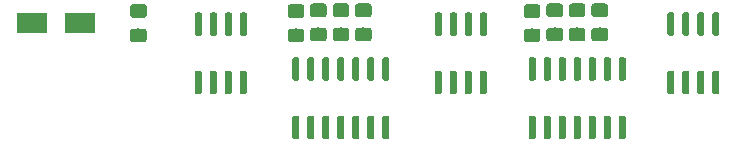
<source format=gbr>
G04 #@! TF.GenerationSoftware,KiCad,Pcbnew,(5.0.1-3-g963ef8bb5)*
G04 #@! TF.CreationDate,2020-01-09T21:08:13+01:00*
G04 #@! TF.ProjectId,WS2801_ledmodule_rev2,5753323830315F6C65646D6F64756C65,rev?*
G04 #@! TF.SameCoordinates,Original*
G04 #@! TF.FileFunction,Paste,Top*
G04 #@! TF.FilePolarity,Positive*
%FSLAX46Y46*%
G04 Gerber Fmt 4.6, Leading zero omitted, Abs format (unit mm)*
G04 Created by KiCad (PCBNEW (5.0.1-3-g963ef8bb5)) date Thursday, 09 January 2020 at 21:08:13*
%MOMM*%
%LPD*%
G01*
G04 APERTURE LIST*
%ADD10C,0.100000*%
%ADD11C,0.600000*%
%ADD12C,1.150000*%
%ADD13R,2.500000X1.800000*%
G04 APERTURE END LIST*
D10*
G04 #@! TO.C,Q1*
G36*
X195109703Y-51030722D02*
X195124264Y-51032882D01*
X195138543Y-51036459D01*
X195152403Y-51041418D01*
X195165710Y-51047712D01*
X195178336Y-51055280D01*
X195190159Y-51064048D01*
X195201066Y-51073934D01*
X195210952Y-51084841D01*
X195219720Y-51096664D01*
X195227288Y-51109290D01*
X195233582Y-51122597D01*
X195238541Y-51136457D01*
X195242118Y-51150736D01*
X195244278Y-51165297D01*
X195245000Y-51180000D01*
X195245000Y-52830000D01*
X195244278Y-52844703D01*
X195242118Y-52859264D01*
X195238541Y-52873543D01*
X195233582Y-52887403D01*
X195227288Y-52900710D01*
X195219720Y-52913336D01*
X195210952Y-52925159D01*
X195201066Y-52936066D01*
X195190159Y-52945952D01*
X195178336Y-52954720D01*
X195165710Y-52962288D01*
X195152403Y-52968582D01*
X195138543Y-52973541D01*
X195124264Y-52977118D01*
X195109703Y-52979278D01*
X195095000Y-52980000D01*
X194795000Y-52980000D01*
X194780297Y-52979278D01*
X194765736Y-52977118D01*
X194751457Y-52973541D01*
X194737597Y-52968582D01*
X194724290Y-52962288D01*
X194711664Y-52954720D01*
X194699841Y-52945952D01*
X194688934Y-52936066D01*
X194679048Y-52925159D01*
X194670280Y-52913336D01*
X194662712Y-52900710D01*
X194656418Y-52887403D01*
X194651459Y-52873543D01*
X194647882Y-52859264D01*
X194645722Y-52844703D01*
X194645000Y-52830000D01*
X194645000Y-51180000D01*
X194645722Y-51165297D01*
X194647882Y-51150736D01*
X194651459Y-51136457D01*
X194656418Y-51122597D01*
X194662712Y-51109290D01*
X194670280Y-51096664D01*
X194679048Y-51084841D01*
X194688934Y-51073934D01*
X194699841Y-51064048D01*
X194711664Y-51055280D01*
X194724290Y-51047712D01*
X194737597Y-51041418D01*
X194751457Y-51036459D01*
X194765736Y-51032882D01*
X194780297Y-51030722D01*
X194795000Y-51030000D01*
X195095000Y-51030000D01*
X195109703Y-51030722D01*
X195109703Y-51030722D01*
G37*
D11*
X194945000Y-52005000D03*
D10*
G36*
X196379703Y-51030722D02*
X196394264Y-51032882D01*
X196408543Y-51036459D01*
X196422403Y-51041418D01*
X196435710Y-51047712D01*
X196448336Y-51055280D01*
X196460159Y-51064048D01*
X196471066Y-51073934D01*
X196480952Y-51084841D01*
X196489720Y-51096664D01*
X196497288Y-51109290D01*
X196503582Y-51122597D01*
X196508541Y-51136457D01*
X196512118Y-51150736D01*
X196514278Y-51165297D01*
X196515000Y-51180000D01*
X196515000Y-52830000D01*
X196514278Y-52844703D01*
X196512118Y-52859264D01*
X196508541Y-52873543D01*
X196503582Y-52887403D01*
X196497288Y-52900710D01*
X196489720Y-52913336D01*
X196480952Y-52925159D01*
X196471066Y-52936066D01*
X196460159Y-52945952D01*
X196448336Y-52954720D01*
X196435710Y-52962288D01*
X196422403Y-52968582D01*
X196408543Y-52973541D01*
X196394264Y-52977118D01*
X196379703Y-52979278D01*
X196365000Y-52980000D01*
X196065000Y-52980000D01*
X196050297Y-52979278D01*
X196035736Y-52977118D01*
X196021457Y-52973541D01*
X196007597Y-52968582D01*
X195994290Y-52962288D01*
X195981664Y-52954720D01*
X195969841Y-52945952D01*
X195958934Y-52936066D01*
X195949048Y-52925159D01*
X195940280Y-52913336D01*
X195932712Y-52900710D01*
X195926418Y-52887403D01*
X195921459Y-52873543D01*
X195917882Y-52859264D01*
X195915722Y-52844703D01*
X195915000Y-52830000D01*
X195915000Y-51180000D01*
X195915722Y-51165297D01*
X195917882Y-51150736D01*
X195921459Y-51136457D01*
X195926418Y-51122597D01*
X195932712Y-51109290D01*
X195940280Y-51096664D01*
X195949048Y-51084841D01*
X195958934Y-51073934D01*
X195969841Y-51064048D01*
X195981664Y-51055280D01*
X195994290Y-51047712D01*
X196007597Y-51041418D01*
X196021457Y-51036459D01*
X196035736Y-51032882D01*
X196050297Y-51030722D01*
X196065000Y-51030000D01*
X196365000Y-51030000D01*
X196379703Y-51030722D01*
X196379703Y-51030722D01*
G37*
D11*
X196215000Y-52005000D03*
D10*
G36*
X197649703Y-51030722D02*
X197664264Y-51032882D01*
X197678543Y-51036459D01*
X197692403Y-51041418D01*
X197705710Y-51047712D01*
X197718336Y-51055280D01*
X197730159Y-51064048D01*
X197741066Y-51073934D01*
X197750952Y-51084841D01*
X197759720Y-51096664D01*
X197767288Y-51109290D01*
X197773582Y-51122597D01*
X197778541Y-51136457D01*
X197782118Y-51150736D01*
X197784278Y-51165297D01*
X197785000Y-51180000D01*
X197785000Y-52830000D01*
X197784278Y-52844703D01*
X197782118Y-52859264D01*
X197778541Y-52873543D01*
X197773582Y-52887403D01*
X197767288Y-52900710D01*
X197759720Y-52913336D01*
X197750952Y-52925159D01*
X197741066Y-52936066D01*
X197730159Y-52945952D01*
X197718336Y-52954720D01*
X197705710Y-52962288D01*
X197692403Y-52968582D01*
X197678543Y-52973541D01*
X197664264Y-52977118D01*
X197649703Y-52979278D01*
X197635000Y-52980000D01*
X197335000Y-52980000D01*
X197320297Y-52979278D01*
X197305736Y-52977118D01*
X197291457Y-52973541D01*
X197277597Y-52968582D01*
X197264290Y-52962288D01*
X197251664Y-52954720D01*
X197239841Y-52945952D01*
X197228934Y-52936066D01*
X197219048Y-52925159D01*
X197210280Y-52913336D01*
X197202712Y-52900710D01*
X197196418Y-52887403D01*
X197191459Y-52873543D01*
X197187882Y-52859264D01*
X197185722Y-52844703D01*
X197185000Y-52830000D01*
X197185000Y-51180000D01*
X197185722Y-51165297D01*
X197187882Y-51150736D01*
X197191459Y-51136457D01*
X197196418Y-51122597D01*
X197202712Y-51109290D01*
X197210280Y-51096664D01*
X197219048Y-51084841D01*
X197228934Y-51073934D01*
X197239841Y-51064048D01*
X197251664Y-51055280D01*
X197264290Y-51047712D01*
X197277597Y-51041418D01*
X197291457Y-51036459D01*
X197305736Y-51032882D01*
X197320297Y-51030722D01*
X197335000Y-51030000D01*
X197635000Y-51030000D01*
X197649703Y-51030722D01*
X197649703Y-51030722D01*
G37*
D11*
X197485000Y-52005000D03*
D10*
G36*
X198919703Y-51030722D02*
X198934264Y-51032882D01*
X198948543Y-51036459D01*
X198962403Y-51041418D01*
X198975710Y-51047712D01*
X198988336Y-51055280D01*
X199000159Y-51064048D01*
X199011066Y-51073934D01*
X199020952Y-51084841D01*
X199029720Y-51096664D01*
X199037288Y-51109290D01*
X199043582Y-51122597D01*
X199048541Y-51136457D01*
X199052118Y-51150736D01*
X199054278Y-51165297D01*
X199055000Y-51180000D01*
X199055000Y-52830000D01*
X199054278Y-52844703D01*
X199052118Y-52859264D01*
X199048541Y-52873543D01*
X199043582Y-52887403D01*
X199037288Y-52900710D01*
X199029720Y-52913336D01*
X199020952Y-52925159D01*
X199011066Y-52936066D01*
X199000159Y-52945952D01*
X198988336Y-52954720D01*
X198975710Y-52962288D01*
X198962403Y-52968582D01*
X198948543Y-52973541D01*
X198934264Y-52977118D01*
X198919703Y-52979278D01*
X198905000Y-52980000D01*
X198605000Y-52980000D01*
X198590297Y-52979278D01*
X198575736Y-52977118D01*
X198561457Y-52973541D01*
X198547597Y-52968582D01*
X198534290Y-52962288D01*
X198521664Y-52954720D01*
X198509841Y-52945952D01*
X198498934Y-52936066D01*
X198489048Y-52925159D01*
X198480280Y-52913336D01*
X198472712Y-52900710D01*
X198466418Y-52887403D01*
X198461459Y-52873543D01*
X198457882Y-52859264D01*
X198455722Y-52844703D01*
X198455000Y-52830000D01*
X198455000Y-51180000D01*
X198455722Y-51165297D01*
X198457882Y-51150736D01*
X198461459Y-51136457D01*
X198466418Y-51122597D01*
X198472712Y-51109290D01*
X198480280Y-51096664D01*
X198489048Y-51084841D01*
X198498934Y-51073934D01*
X198509841Y-51064048D01*
X198521664Y-51055280D01*
X198534290Y-51047712D01*
X198547597Y-51041418D01*
X198561457Y-51036459D01*
X198575736Y-51032882D01*
X198590297Y-51030722D01*
X198605000Y-51030000D01*
X198905000Y-51030000D01*
X198919703Y-51030722D01*
X198919703Y-51030722D01*
G37*
D11*
X198755000Y-52005000D03*
D10*
G36*
X198919703Y-46080722D02*
X198934264Y-46082882D01*
X198948543Y-46086459D01*
X198962403Y-46091418D01*
X198975710Y-46097712D01*
X198988336Y-46105280D01*
X199000159Y-46114048D01*
X199011066Y-46123934D01*
X199020952Y-46134841D01*
X199029720Y-46146664D01*
X199037288Y-46159290D01*
X199043582Y-46172597D01*
X199048541Y-46186457D01*
X199052118Y-46200736D01*
X199054278Y-46215297D01*
X199055000Y-46230000D01*
X199055000Y-47880000D01*
X199054278Y-47894703D01*
X199052118Y-47909264D01*
X199048541Y-47923543D01*
X199043582Y-47937403D01*
X199037288Y-47950710D01*
X199029720Y-47963336D01*
X199020952Y-47975159D01*
X199011066Y-47986066D01*
X199000159Y-47995952D01*
X198988336Y-48004720D01*
X198975710Y-48012288D01*
X198962403Y-48018582D01*
X198948543Y-48023541D01*
X198934264Y-48027118D01*
X198919703Y-48029278D01*
X198905000Y-48030000D01*
X198605000Y-48030000D01*
X198590297Y-48029278D01*
X198575736Y-48027118D01*
X198561457Y-48023541D01*
X198547597Y-48018582D01*
X198534290Y-48012288D01*
X198521664Y-48004720D01*
X198509841Y-47995952D01*
X198498934Y-47986066D01*
X198489048Y-47975159D01*
X198480280Y-47963336D01*
X198472712Y-47950710D01*
X198466418Y-47937403D01*
X198461459Y-47923543D01*
X198457882Y-47909264D01*
X198455722Y-47894703D01*
X198455000Y-47880000D01*
X198455000Y-46230000D01*
X198455722Y-46215297D01*
X198457882Y-46200736D01*
X198461459Y-46186457D01*
X198466418Y-46172597D01*
X198472712Y-46159290D01*
X198480280Y-46146664D01*
X198489048Y-46134841D01*
X198498934Y-46123934D01*
X198509841Y-46114048D01*
X198521664Y-46105280D01*
X198534290Y-46097712D01*
X198547597Y-46091418D01*
X198561457Y-46086459D01*
X198575736Y-46082882D01*
X198590297Y-46080722D01*
X198605000Y-46080000D01*
X198905000Y-46080000D01*
X198919703Y-46080722D01*
X198919703Y-46080722D01*
G37*
D11*
X198755000Y-47055000D03*
D10*
G36*
X197649703Y-46080722D02*
X197664264Y-46082882D01*
X197678543Y-46086459D01*
X197692403Y-46091418D01*
X197705710Y-46097712D01*
X197718336Y-46105280D01*
X197730159Y-46114048D01*
X197741066Y-46123934D01*
X197750952Y-46134841D01*
X197759720Y-46146664D01*
X197767288Y-46159290D01*
X197773582Y-46172597D01*
X197778541Y-46186457D01*
X197782118Y-46200736D01*
X197784278Y-46215297D01*
X197785000Y-46230000D01*
X197785000Y-47880000D01*
X197784278Y-47894703D01*
X197782118Y-47909264D01*
X197778541Y-47923543D01*
X197773582Y-47937403D01*
X197767288Y-47950710D01*
X197759720Y-47963336D01*
X197750952Y-47975159D01*
X197741066Y-47986066D01*
X197730159Y-47995952D01*
X197718336Y-48004720D01*
X197705710Y-48012288D01*
X197692403Y-48018582D01*
X197678543Y-48023541D01*
X197664264Y-48027118D01*
X197649703Y-48029278D01*
X197635000Y-48030000D01*
X197335000Y-48030000D01*
X197320297Y-48029278D01*
X197305736Y-48027118D01*
X197291457Y-48023541D01*
X197277597Y-48018582D01*
X197264290Y-48012288D01*
X197251664Y-48004720D01*
X197239841Y-47995952D01*
X197228934Y-47986066D01*
X197219048Y-47975159D01*
X197210280Y-47963336D01*
X197202712Y-47950710D01*
X197196418Y-47937403D01*
X197191459Y-47923543D01*
X197187882Y-47909264D01*
X197185722Y-47894703D01*
X197185000Y-47880000D01*
X197185000Y-46230000D01*
X197185722Y-46215297D01*
X197187882Y-46200736D01*
X197191459Y-46186457D01*
X197196418Y-46172597D01*
X197202712Y-46159290D01*
X197210280Y-46146664D01*
X197219048Y-46134841D01*
X197228934Y-46123934D01*
X197239841Y-46114048D01*
X197251664Y-46105280D01*
X197264290Y-46097712D01*
X197277597Y-46091418D01*
X197291457Y-46086459D01*
X197305736Y-46082882D01*
X197320297Y-46080722D01*
X197335000Y-46080000D01*
X197635000Y-46080000D01*
X197649703Y-46080722D01*
X197649703Y-46080722D01*
G37*
D11*
X197485000Y-47055000D03*
D10*
G36*
X196379703Y-46080722D02*
X196394264Y-46082882D01*
X196408543Y-46086459D01*
X196422403Y-46091418D01*
X196435710Y-46097712D01*
X196448336Y-46105280D01*
X196460159Y-46114048D01*
X196471066Y-46123934D01*
X196480952Y-46134841D01*
X196489720Y-46146664D01*
X196497288Y-46159290D01*
X196503582Y-46172597D01*
X196508541Y-46186457D01*
X196512118Y-46200736D01*
X196514278Y-46215297D01*
X196515000Y-46230000D01*
X196515000Y-47880000D01*
X196514278Y-47894703D01*
X196512118Y-47909264D01*
X196508541Y-47923543D01*
X196503582Y-47937403D01*
X196497288Y-47950710D01*
X196489720Y-47963336D01*
X196480952Y-47975159D01*
X196471066Y-47986066D01*
X196460159Y-47995952D01*
X196448336Y-48004720D01*
X196435710Y-48012288D01*
X196422403Y-48018582D01*
X196408543Y-48023541D01*
X196394264Y-48027118D01*
X196379703Y-48029278D01*
X196365000Y-48030000D01*
X196065000Y-48030000D01*
X196050297Y-48029278D01*
X196035736Y-48027118D01*
X196021457Y-48023541D01*
X196007597Y-48018582D01*
X195994290Y-48012288D01*
X195981664Y-48004720D01*
X195969841Y-47995952D01*
X195958934Y-47986066D01*
X195949048Y-47975159D01*
X195940280Y-47963336D01*
X195932712Y-47950710D01*
X195926418Y-47937403D01*
X195921459Y-47923543D01*
X195917882Y-47909264D01*
X195915722Y-47894703D01*
X195915000Y-47880000D01*
X195915000Y-46230000D01*
X195915722Y-46215297D01*
X195917882Y-46200736D01*
X195921459Y-46186457D01*
X195926418Y-46172597D01*
X195932712Y-46159290D01*
X195940280Y-46146664D01*
X195949048Y-46134841D01*
X195958934Y-46123934D01*
X195969841Y-46114048D01*
X195981664Y-46105280D01*
X195994290Y-46097712D01*
X196007597Y-46091418D01*
X196021457Y-46086459D01*
X196035736Y-46082882D01*
X196050297Y-46080722D01*
X196065000Y-46080000D01*
X196365000Y-46080000D01*
X196379703Y-46080722D01*
X196379703Y-46080722D01*
G37*
D11*
X196215000Y-47055000D03*
D10*
G36*
X195109703Y-46080722D02*
X195124264Y-46082882D01*
X195138543Y-46086459D01*
X195152403Y-46091418D01*
X195165710Y-46097712D01*
X195178336Y-46105280D01*
X195190159Y-46114048D01*
X195201066Y-46123934D01*
X195210952Y-46134841D01*
X195219720Y-46146664D01*
X195227288Y-46159290D01*
X195233582Y-46172597D01*
X195238541Y-46186457D01*
X195242118Y-46200736D01*
X195244278Y-46215297D01*
X195245000Y-46230000D01*
X195245000Y-47880000D01*
X195244278Y-47894703D01*
X195242118Y-47909264D01*
X195238541Y-47923543D01*
X195233582Y-47937403D01*
X195227288Y-47950710D01*
X195219720Y-47963336D01*
X195210952Y-47975159D01*
X195201066Y-47986066D01*
X195190159Y-47995952D01*
X195178336Y-48004720D01*
X195165710Y-48012288D01*
X195152403Y-48018582D01*
X195138543Y-48023541D01*
X195124264Y-48027118D01*
X195109703Y-48029278D01*
X195095000Y-48030000D01*
X194795000Y-48030000D01*
X194780297Y-48029278D01*
X194765736Y-48027118D01*
X194751457Y-48023541D01*
X194737597Y-48018582D01*
X194724290Y-48012288D01*
X194711664Y-48004720D01*
X194699841Y-47995952D01*
X194688934Y-47986066D01*
X194679048Y-47975159D01*
X194670280Y-47963336D01*
X194662712Y-47950710D01*
X194656418Y-47937403D01*
X194651459Y-47923543D01*
X194647882Y-47909264D01*
X194645722Y-47894703D01*
X194645000Y-47880000D01*
X194645000Y-46230000D01*
X194645722Y-46215297D01*
X194647882Y-46200736D01*
X194651459Y-46186457D01*
X194656418Y-46172597D01*
X194662712Y-46159290D01*
X194670280Y-46146664D01*
X194679048Y-46134841D01*
X194688934Y-46123934D01*
X194699841Y-46114048D01*
X194711664Y-46105280D01*
X194724290Y-46097712D01*
X194737597Y-46091418D01*
X194751457Y-46086459D01*
X194765736Y-46082882D01*
X194780297Y-46080722D01*
X194795000Y-46080000D01*
X195095000Y-46080000D01*
X195109703Y-46080722D01*
X195109703Y-46080722D01*
G37*
D11*
X194945000Y-47055000D03*
G04 #@! TD*
D10*
G04 #@! TO.C,IC1*
G36*
X203364703Y-54840722D02*
X203379264Y-54842882D01*
X203393543Y-54846459D01*
X203407403Y-54851418D01*
X203420710Y-54857712D01*
X203433336Y-54865280D01*
X203445159Y-54874048D01*
X203456066Y-54883934D01*
X203465952Y-54894841D01*
X203474720Y-54906664D01*
X203482288Y-54919290D01*
X203488582Y-54932597D01*
X203493541Y-54946457D01*
X203497118Y-54960736D01*
X203499278Y-54975297D01*
X203500000Y-54990000D01*
X203500000Y-56640000D01*
X203499278Y-56654703D01*
X203497118Y-56669264D01*
X203493541Y-56683543D01*
X203488582Y-56697403D01*
X203482288Y-56710710D01*
X203474720Y-56723336D01*
X203465952Y-56735159D01*
X203456066Y-56746066D01*
X203445159Y-56755952D01*
X203433336Y-56764720D01*
X203420710Y-56772288D01*
X203407403Y-56778582D01*
X203393543Y-56783541D01*
X203379264Y-56787118D01*
X203364703Y-56789278D01*
X203350000Y-56790000D01*
X203050000Y-56790000D01*
X203035297Y-56789278D01*
X203020736Y-56787118D01*
X203006457Y-56783541D01*
X202992597Y-56778582D01*
X202979290Y-56772288D01*
X202966664Y-56764720D01*
X202954841Y-56755952D01*
X202943934Y-56746066D01*
X202934048Y-56735159D01*
X202925280Y-56723336D01*
X202917712Y-56710710D01*
X202911418Y-56697403D01*
X202906459Y-56683543D01*
X202902882Y-56669264D01*
X202900722Y-56654703D01*
X202900000Y-56640000D01*
X202900000Y-54990000D01*
X202900722Y-54975297D01*
X202902882Y-54960736D01*
X202906459Y-54946457D01*
X202911418Y-54932597D01*
X202917712Y-54919290D01*
X202925280Y-54906664D01*
X202934048Y-54894841D01*
X202943934Y-54883934D01*
X202954841Y-54874048D01*
X202966664Y-54865280D01*
X202979290Y-54857712D01*
X202992597Y-54851418D01*
X203006457Y-54846459D01*
X203020736Y-54842882D01*
X203035297Y-54840722D01*
X203050000Y-54840000D01*
X203350000Y-54840000D01*
X203364703Y-54840722D01*
X203364703Y-54840722D01*
G37*
D11*
X203200000Y-55815000D03*
D10*
G36*
X204634703Y-54840722D02*
X204649264Y-54842882D01*
X204663543Y-54846459D01*
X204677403Y-54851418D01*
X204690710Y-54857712D01*
X204703336Y-54865280D01*
X204715159Y-54874048D01*
X204726066Y-54883934D01*
X204735952Y-54894841D01*
X204744720Y-54906664D01*
X204752288Y-54919290D01*
X204758582Y-54932597D01*
X204763541Y-54946457D01*
X204767118Y-54960736D01*
X204769278Y-54975297D01*
X204770000Y-54990000D01*
X204770000Y-56640000D01*
X204769278Y-56654703D01*
X204767118Y-56669264D01*
X204763541Y-56683543D01*
X204758582Y-56697403D01*
X204752288Y-56710710D01*
X204744720Y-56723336D01*
X204735952Y-56735159D01*
X204726066Y-56746066D01*
X204715159Y-56755952D01*
X204703336Y-56764720D01*
X204690710Y-56772288D01*
X204677403Y-56778582D01*
X204663543Y-56783541D01*
X204649264Y-56787118D01*
X204634703Y-56789278D01*
X204620000Y-56790000D01*
X204320000Y-56790000D01*
X204305297Y-56789278D01*
X204290736Y-56787118D01*
X204276457Y-56783541D01*
X204262597Y-56778582D01*
X204249290Y-56772288D01*
X204236664Y-56764720D01*
X204224841Y-56755952D01*
X204213934Y-56746066D01*
X204204048Y-56735159D01*
X204195280Y-56723336D01*
X204187712Y-56710710D01*
X204181418Y-56697403D01*
X204176459Y-56683543D01*
X204172882Y-56669264D01*
X204170722Y-56654703D01*
X204170000Y-56640000D01*
X204170000Y-54990000D01*
X204170722Y-54975297D01*
X204172882Y-54960736D01*
X204176459Y-54946457D01*
X204181418Y-54932597D01*
X204187712Y-54919290D01*
X204195280Y-54906664D01*
X204204048Y-54894841D01*
X204213934Y-54883934D01*
X204224841Y-54874048D01*
X204236664Y-54865280D01*
X204249290Y-54857712D01*
X204262597Y-54851418D01*
X204276457Y-54846459D01*
X204290736Y-54842882D01*
X204305297Y-54840722D01*
X204320000Y-54840000D01*
X204620000Y-54840000D01*
X204634703Y-54840722D01*
X204634703Y-54840722D01*
G37*
D11*
X204470000Y-55815000D03*
D10*
G36*
X205904703Y-54840722D02*
X205919264Y-54842882D01*
X205933543Y-54846459D01*
X205947403Y-54851418D01*
X205960710Y-54857712D01*
X205973336Y-54865280D01*
X205985159Y-54874048D01*
X205996066Y-54883934D01*
X206005952Y-54894841D01*
X206014720Y-54906664D01*
X206022288Y-54919290D01*
X206028582Y-54932597D01*
X206033541Y-54946457D01*
X206037118Y-54960736D01*
X206039278Y-54975297D01*
X206040000Y-54990000D01*
X206040000Y-56640000D01*
X206039278Y-56654703D01*
X206037118Y-56669264D01*
X206033541Y-56683543D01*
X206028582Y-56697403D01*
X206022288Y-56710710D01*
X206014720Y-56723336D01*
X206005952Y-56735159D01*
X205996066Y-56746066D01*
X205985159Y-56755952D01*
X205973336Y-56764720D01*
X205960710Y-56772288D01*
X205947403Y-56778582D01*
X205933543Y-56783541D01*
X205919264Y-56787118D01*
X205904703Y-56789278D01*
X205890000Y-56790000D01*
X205590000Y-56790000D01*
X205575297Y-56789278D01*
X205560736Y-56787118D01*
X205546457Y-56783541D01*
X205532597Y-56778582D01*
X205519290Y-56772288D01*
X205506664Y-56764720D01*
X205494841Y-56755952D01*
X205483934Y-56746066D01*
X205474048Y-56735159D01*
X205465280Y-56723336D01*
X205457712Y-56710710D01*
X205451418Y-56697403D01*
X205446459Y-56683543D01*
X205442882Y-56669264D01*
X205440722Y-56654703D01*
X205440000Y-56640000D01*
X205440000Y-54990000D01*
X205440722Y-54975297D01*
X205442882Y-54960736D01*
X205446459Y-54946457D01*
X205451418Y-54932597D01*
X205457712Y-54919290D01*
X205465280Y-54906664D01*
X205474048Y-54894841D01*
X205483934Y-54883934D01*
X205494841Y-54874048D01*
X205506664Y-54865280D01*
X205519290Y-54857712D01*
X205532597Y-54851418D01*
X205546457Y-54846459D01*
X205560736Y-54842882D01*
X205575297Y-54840722D01*
X205590000Y-54840000D01*
X205890000Y-54840000D01*
X205904703Y-54840722D01*
X205904703Y-54840722D01*
G37*
D11*
X205740000Y-55815000D03*
D10*
G36*
X207174703Y-54840722D02*
X207189264Y-54842882D01*
X207203543Y-54846459D01*
X207217403Y-54851418D01*
X207230710Y-54857712D01*
X207243336Y-54865280D01*
X207255159Y-54874048D01*
X207266066Y-54883934D01*
X207275952Y-54894841D01*
X207284720Y-54906664D01*
X207292288Y-54919290D01*
X207298582Y-54932597D01*
X207303541Y-54946457D01*
X207307118Y-54960736D01*
X207309278Y-54975297D01*
X207310000Y-54990000D01*
X207310000Y-56640000D01*
X207309278Y-56654703D01*
X207307118Y-56669264D01*
X207303541Y-56683543D01*
X207298582Y-56697403D01*
X207292288Y-56710710D01*
X207284720Y-56723336D01*
X207275952Y-56735159D01*
X207266066Y-56746066D01*
X207255159Y-56755952D01*
X207243336Y-56764720D01*
X207230710Y-56772288D01*
X207217403Y-56778582D01*
X207203543Y-56783541D01*
X207189264Y-56787118D01*
X207174703Y-56789278D01*
X207160000Y-56790000D01*
X206860000Y-56790000D01*
X206845297Y-56789278D01*
X206830736Y-56787118D01*
X206816457Y-56783541D01*
X206802597Y-56778582D01*
X206789290Y-56772288D01*
X206776664Y-56764720D01*
X206764841Y-56755952D01*
X206753934Y-56746066D01*
X206744048Y-56735159D01*
X206735280Y-56723336D01*
X206727712Y-56710710D01*
X206721418Y-56697403D01*
X206716459Y-56683543D01*
X206712882Y-56669264D01*
X206710722Y-56654703D01*
X206710000Y-56640000D01*
X206710000Y-54990000D01*
X206710722Y-54975297D01*
X206712882Y-54960736D01*
X206716459Y-54946457D01*
X206721418Y-54932597D01*
X206727712Y-54919290D01*
X206735280Y-54906664D01*
X206744048Y-54894841D01*
X206753934Y-54883934D01*
X206764841Y-54874048D01*
X206776664Y-54865280D01*
X206789290Y-54857712D01*
X206802597Y-54851418D01*
X206816457Y-54846459D01*
X206830736Y-54842882D01*
X206845297Y-54840722D01*
X206860000Y-54840000D01*
X207160000Y-54840000D01*
X207174703Y-54840722D01*
X207174703Y-54840722D01*
G37*
D11*
X207010000Y-55815000D03*
D10*
G36*
X208444703Y-54840722D02*
X208459264Y-54842882D01*
X208473543Y-54846459D01*
X208487403Y-54851418D01*
X208500710Y-54857712D01*
X208513336Y-54865280D01*
X208525159Y-54874048D01*
X208536066Y-54883934D01*
X208545952Y-54894841D01*
X208554720Y-54906664D01*
X208562288Y-54919290D01*
X208568582Y-54932597D01*
X208573541Y-54946457D01*
X208577118Y-54960736D01*
X208579278Y-54975297D01*
X208580000Y-54990000D01*
X208580000Y-56640000D01*
X208579278Y-56654703D01*
X208577118Y-56669264D01*
X208573541Y-56683543D01*
X208568582Y-56697403D01*
X208562288Y-56710710D01*
X208554720Y-56723336D01*
X208545952Y-56735159D01*
X208536066Y-56746066D01*
X208525159Y-56755952D01*
X208513336Y-56764720D01*
X208500710Y-56772288D01*
X208487403Y-56778582D01*
X208473543Y-56783541D01*
X208459264Y-56787118D01*
X208444703Y-56789278D01*
X208430000Y-56790000D01*
X208130000Y-56790000D01*
X208115297Y-56789278D01*
X208100736Y-56787118D01*
X208086457Y-56783541D01*
X208072597Y-56778582D01*
X208059290Y-56772288D01*
X208046664Y-56764720D01*
X208034841Y-56755952D01*
X208023934Y-56746066D01*
X208014048Y-56735159D01*
X208005280Y-56723336D01*
X207997712Y-56710710D01*
X207991418Y-56697403D01*
X207986459Y-56683543D01*
X207982882Y-56669264D01*
X207980722Y-56654703D01*
X207980000Y-56640000D01*
X207980000Y-54990000D01*
X207980722Y-54975297D01*
X207982882Y-54960736D01*
X207986459Y-54946457D01*
X207991418Y-54932597D01*
X207997712Y-54919290D01*
X208005280Y-54906664D01*
X208014048Y-54894841D01*
X208023934Y-54883934D01*
X208034841Y-54874048D01*
X208046664Y-54865280D01*
X208059290Y-54857712D01*
X208072597Y-54851418D01*
X208086457Y-54846459D01*
X208100736Y-54842882D01*
X208115297Y-54840722D01*
X208130000Y-54840000D01*
X208430000Y-54840000D01*
X208444703Y-54840722D01*
X208444703Y-54840722D01*
G37*
D11*
X208280000Y-55815000D03*
D10*
G36*
X209714703Y-54840722D02*
X209729264Y-54842882D01*
X209743543Y-54846459D01*
X209757403Y-54851418D01*
X209770710Y-54857712D01*
X209783336Y-54865280D01*
X209795159Y-54874048D01*
X209806066Y-54883934D01*
X209815952Y-54894841D01*
X209824720Y-54906664D01*
X209832288Y-54919290D01*
X209838582Y-54932597D01*
X209843541Y-54946457D01*
X209847118Y-54960736D01*
X209849278Y-54975297D01*
X209850000Y-54990000D01*
X209850000Y-56640000D01*
X209849278Y-56654703D01*
X209847118Y-56669264D01*
X209843541Y-56683543D01*
X209838582Y-56697403D01*
X209832288Y-56710710D01*
X209824720Y-56723336D01*
X209815952Y-56735159D01*
X209806066Y-56746066D01*
X209795159Y-56755952D01*
X209783336Y-56764720D01*
X209770710Y-56772288D01*
X209757403Y-56778582D01*
X209743543Y-56783541D01*
X209729264Y-56787118D01*
X209714703Y-56789278D01*
X209700000Y-56790000D01*
X209400000Y-56790000D01*
X209385297Y-56789278D01*
X209370736Y-56787118D01*
X209356457Y-56783541D01*
X209342597Y-56778582D01*
X209329290Y-56772288D01*
X209316664Y-56764720D01*
X209304841Y-56755952D01*
X209293934Y-56746066D01*
X209284048Y-56735159D01*
X209275280Y-56723336D01*
X209267712Y-56710710D01*
X209261418Y-56697403D01*
X209256459Y-56683543D01*
X209252882Y-56669264D01*
X209250722Y-56654703D01*
X209250000Y-56640000D01*
X209250000Y-54990000D01*
X209250722Y-54975297D01*
X209252882Y-54960736D01*
X209256459Y-54946457D01*
X209261418Y-54932597D01*
X209267712Y-54919290D01*
X209275280Y-54906664D01*
X209284048Y-54894841D01*
X209293934Y-54883934D01*
X209304841Y-54874048D01*
X209316664Y-54865280D01*
X209329290Y-54857712D01*
X209342597Y-54851418D01*
X209356457Y-54846459D01*
X209370736Y-54842882D01*
X209385297Y-54840722D01*
X209400000Y-54840000D01*
X209700000Y-54840000D01*
X209714703Y-54840722D01*
X209714703Y-54840722D01*
G37*
D11*
X209550000Y-55815000D03*
D10*
G36*
X210984703Y-54840722D02*
X210999264Y-54842882D01*
X211013543Y-54846459D01*
X211027403Y-54851418D01*
X211040710Y-54857712D01*
X211053336Y-54865280D01*
X211065159Y-54874048D01*
X211076066Y-54883934D01*
X211085952Y-54894841D01*
X211094720Y-54906664D01*
X211102288Y-54919290D01*
X211108582Y-54932597D01*
X211113541Y-54946457D01*
X211117118Y-54960736D01*
X211119278Y-54975297D01*
X211120000Y-54990000D01*
X211120000Y-56640000D01*
X211119278Y-56654703D01*
X211117118Y-56669264D01*
X211113541Y-56683543D01*
X211108582Y-56697403D01*
X211102288Y-56710710D01*
X211094720Y-56723336D01*
X211085952Y-56735159D01*
X211076066Y-56746066D01*
X211065159Y-56755952D01*
X211053336Y-56764720D01*
X211040710Y-56772288D01*
X211027403Y-56778582D01*
X211013543Y-56783541D01*
X210999264Y-56787118D01*
X210984703Y-56789278D01*
X210970000Y-56790000D01*
X210670000Y-56790000D01*
X210655297Y-56789278D01*
X210640736Y-56787118D01*
X210626457Y-56783541D01*
X210612597Y-56778582D01*
X210599290Y-56772288D01*
X210586664Y-56764720D01*
X210574841Y-56755952D01*
X210563934Y-56746066D01*
X210554048Y-56735159D01*
X210545280Y-56723336D01*
X210537712Y-56710710D01*
X210531418Y-56697403D01*
X210526459Y-56683543D01*
X210522882Y-56669264D01*
X210520722Y-56654703D01*
X210520000Y-56640000D01*
X210520000Y-54990000D01*
X210520722Y-54975297D01*
X210522882Y-54960736D01*
X210526459Y-54946457D01*
X210531418Y-54932597D01*
X210537712Y-54919290D01*
X210545280Y-54906664D01*
X210554048Y-54894841D01*
X210563934Y-54883934D01*
X210574841Y-54874048D01*
X210586664Y-54865280D01*
X210599290Y-54857712D01*
X210612597Y-54851418D01*
X210626457Y-54846459D01*
X210640736Y-54842882D01*
X210655297Y-54840722D01*
X210670000Y-54840000D01*
X210970000Y-54840000D01*
X210984703Y-54840722D01*
X210984703Y-54840722D01*
G37*
D11*
X210820000Y-55815000D03*
D10*
G36*
X210984703Y-49890722D02*
X210999264Y-49892882D01*
X211013543Y-49896459D01*
X211027403Y-49901418D01*
X211040710Y-49907712D01*
X211053336Y-49915280D01*
X211065159Y-49924048D01*
X211076066Y-49933934D01*
X211085952Y-49944841D01*
X211094720Y-49956664D01*
X211102288Y-49969290D01*
X211108582Y-49982597D01*
X211113541Y-49996457D01*
X211117118Y-50010736D01*
X211119278Y-50025297D01*
X211120000Y-50040000D01*
X211120000Y-51690000D01*
X211119278Y-51704703D01*
X211117118Y-51719264D01*
X211113541Y-51733543D01*
X211108582Y-51747403D01*
X211102288Y-51760710D01*
X211094720Y-51773336D01*
X211085952Y-51785159D01*
X211076066Y-51796066D01*
X211065159Y-51805952D01*
X211053336Y-51814720D01*
X211040710Y-51822288D01*
X211027403Y-51828582D01*
X211013543Y-51833541D01*
X210999264Y-51837118D01*
X210984703Y-51839278D01*
X210970000Y-51840000D01*
X210670000Y-51840000D01*
X210655297Y-51839278D01*
X210640736Y-51837118D01*
X210626457Y-51833541D01*
X210612597Y-51828582D01*
X210599290Y-51822288D01*
X210586664Y-51814720D01*
X210574841Y-51805952D01*
X210563934Y-51796066D01*
X210554048Y-51785159D01*
X210545280Y-51773336D01*
X210537712Y-51760710D01*
X210531418Y-51747403D01*
X210526459Y-51733543D01*
X210522882Y-51719264D01*
X210520722Y-51704703D01*
X210520000Y-51690000D01*
X210520000Y-50040000D01*
X210520722Y-50025297D01*
X210522882Y-50010736D01*
X210526459Y-49996457D01*
X210531418Y-49982597D01*
X210537712Y-49969290D01*
X210545280Y-49956664D01*
X210554048Y-49944841D01*
X210563934Y-49933934D01*
X210574841Y-49924048D01*
X210586664Y-49915280D01*
X210599290Y-49907712D01*
X210612597Y-49901418D01*
X210626457Y-49896459D01*
X210640736Y-49892882D01*
X210655297Y-49890722D01*
X210670000Y-49890000D01*
X210970000Y-49890000D01*
X210984703Y-49890722D01*
X210984703Y-49890722D01*
G37*
D11*
X210820000Y-50865000D03*
D10*
G36*
X209714703Y-49890722D02*
X209729264Y-49892882D01*
X209743543Y-49896459D01*
X209757403Y-49901418D01*
X209770710Y-49907712D01*
X209783336Y-49915280D01*
X209795159Y-49924048D01*
X209806066Y-49933934D01*
X209815952Y-49944841D01*
X209824720Y-49956664D01*
X209832288Y-49969290D01*
X209838582Y-49982597D01*
X209843541Y-49996457D01*
X209847118Y-50010736D01*
X209849278Y-50025297D01*
X209850000Y-50040000D01*
X209850000Y-51690000D01*
X209849278Y-51704703D01*
X209847118Y-51719264D01*
X209843541Y-51733543D01*
X209838582Y-51747403D01*
X209832288Y-51760710D01*
X209824720Y-51773336D01*
X209815952Y-51785159D01*
X209806066Y-51796066D01*
X209795159Y-51805952D01*
X209783336Y-51814720D01*
X209770710Y-51822288D01*
X209757403Y-51828582D01*
X209743543Y-51833541D01*
X209729264Y-51837118D01*
X209714703Y-51839278D01*
X209700000Y-51840000D01*
X209400000Y-51840000D01*
X209385297Y-51839278D01*
X209370736Y-51837118D01*
X209356457Y-51833541D01*
X209342597Y-51828582D01*
X209329290Y-51822288D01*
X209316664Y-51814720D01*
X209304841Y-51805952D01*
X209293934Y-51796066D01*
X209284048Y-51785159D01*
X209275280Y-51773336D01*
X209267712Y-51760710D01*
X209261418Y-51747403D01*
X209256459Y-51733543D01*
X209252882Y-51719264D01*
X209250722Y-51704703D01*
X209250000Y-51690000D01*
X209250000Y-50040000D01*
X209250722Y-50025297D01*
X209252882Y-50010736D01*
X209256459Y-49996457D01*
X209261418Y-49982597D01*
X209267712Y-49969290D01*
X209275280Y-49956664D01*
X209284048Y-49944841D01*
X209293934Y-49933934D01*
X209304841Y-49924048D01*
X209316664Y-49915280D01*
X209329290Y-49907712D01*
X209342597Y-49901418D01*
X209356457Y-49896459D01*
X209370736Y-49892882D01*
X209385297Y-49890722D01*
X209400000Y-49890000D01*
X209700000Y-49890000D01*
X209714703Y-49890722D01*
X209714703Y-49890722D01*
G37*
D11*
X209550000Y-50865000D03*
D10*
G36*
X208444703Y-49890722D02*
X208459264Y-49892882D01*
X208473543Y-49896459D01*
X208487403Y-49901418D01*
X208500710Y-49907712D01*
X208513336Y-49915280D01*
X208525159Y-49924048D01*
X208536066Y-49933934D01*
X208545952Y-49944841D01*
X208554720Y-49956664D01*
X208562288Y-49969290D01*
X208568582Y-49982597D01*
X208573541Y-49996457D01*
X208577118Y-50010736D01*
X208579278Y-50025297D01*
X208580000Y-50040000D01*
X208580000Y-51690000D01*
X208579278Y-51704703D01*
X208577118Y-51719264D01*
X208573541Y-51733543D01*
X208568582Y-51747403D01*
X208562288Y-51760710D01*
X208554720Y-51773336D01*
X208545952Y-51785159D01*
X208536066Y-51796066D01*
X208525159Y-51805952D01*
X208513336Y-51814720D01*
X208500710Y-51822288D01*
X208487403Y-51828582D01*
X208473543Y-51833541D01*
X208459264Y-51837118D01*
X208444703Y-51839278D01*
X208430000Y-51840000D01*
X208130000Y-51840000D01*
X208115297Y-51839278D01*
X208100736Y-51837118D01*
X208086457Y-51833541D01*
X208072597Y-51828582D01*
X208059290Y-51822288D01*
X208046664Y-51814720D01*
X208034841Y-51805952D01*
X208023934Y-51796066D01*
X208014048Y-51785159D01*
X208005280Y-51773336D01*
X207997712Y-51760710D01*
X207991418Y-51747403D01*
X207986459Y-51733543D01*
X207982882Y-51719264D01*
X207980722Y-51704703D01*
X207980000Y-51690000D01*
X207980000Y-50040000D01*
X207980722Y-50025297D01*
X207982882Y-50010736D01*
X207986459Y-49996457D01*
X207991418Y-49982597D01*
X207997712Y-49969290D01*
X208005280Y-49956664D01*
X208014048Y-49944841D01*
X208023934Y-49933934D01*
X208034841Y-49924048D01*
X208046664Y-49915280D01*
X208059290Y-49907712D01*
X208072597Y-49901418D01*
X208086457Y-49896459D01*
X208100736Y-49892882D01*
X208115297Y-49890722D01*
X208130000Y-49890000D01*
X208430000Y-49890000D01*
X208444703Y-49890722D01*
X208444703Y-49890722D01*
G37*
D11*
X208280000Y-50865000D03*
D10*
G36*
X207174703Y-49890722D02*
X207189264Y-49892882D01*
X207203543Y-49896459D01*
X207217403Y-49901418D01*
X207230710Y-49907712D01*
X207243336Y-49915280D01*
X207255159Y-49924048D01*
X207266066Y-49933934D01*
X207275952Y-49944841D01*
X207284720Y-49956664D01*
X207292288Y-49969290D01*
X207298582Y-49982597D01*
X207303541Y-49996457D01*
X207307118Y-50010736D01*
X207309278Y-50025297D01*
X207310000Y-50040000D01*
X207310000Y-51690000D01*
X207309278Y-51704703D01*
X207307118Y-51719264D01*
X207303541Y-51733543D01*
X207298582Y-51747403D01*
X207292288Y-51760710D01*
X207284720Y-51773336D01*
X207275952Y-51785159D01*
X207266066Y-51796066D01*
X207255159Y-51805952D01*
X207243336Y-51814720D01*
X207230710Y-51822288D01*
X207217403Y-51828582D01*
X207203543Y-51833541D01*
X207189264Y-51837118D01*
X207174703Y-51839278D01*
X207160000Y-51840000D01*
X206860000Y-51840000D01*
X206845297Y-51839278D01*
X206830736Y-51837118D01*
X206816457Y-51833541D01*
X206802597Y-51828582D01*
X206789290Y-51822288D01*
X206776664Y-51814720D01*
X206764841Y-51805952D01*
X206753934Y-51796066D01*
X206744048Y-51785159D01*
X206735280Y-51773336D01*
X206727712Y-51760710D01*
X206721418Y-51747403D01*
X206716459Y-51733543D01*
X206712882Y-51719264D01*
X206710722Y-51704703D01*
X206710000Y-51690000D01*
X206710000Y-50040000D01*
X206710722Y-50025297D01*
X206712882Y-50010736D01*
X206716459Y-49996457D01*
X206721418Y-49982597D01*
X206727712Y-49969290D01*
X206735280Y-49956664D01*
X206744048Y-49944841D01*
X206753934Y-49933934D01*
X206764841Y-49924048D01*
X206776664Y-49915280D01*
X206789290Y-49907712D01*
X206802597Y-49901418D01*
X206816457Y-49896459D01*
X206830736Y-49892882D01*
X206845297Y-49890722D01*
X206860000Y-49890000D01*
X207160000Y-49890000D01*
X207174703Y-49890722D01*
X207174703Y-49890722D01*
G37*
D11*
X207010000Y-50865000D03*
D10*
G36*
X205904703Y-49890722D02*
X205919264Y-49892882D01*
X205933543Y-49896459D01*
X205947403Y-49901418D01*
X205960710Y-49907712D01*
X205973336Y-49915280D01*
X205985159Y-49924048D01*
X205996066Y-49933934D01*
X206005952Y-49944841D01*
X206014720Y-49956664D01*
X206022288Y-49969290D01*
X206028582Y-49982597D01*
X206033541Y-49996457D01*
X206037118Y-50010736D01*
X206039278Y-50025297D01*
X206040000Y-50040000D01*
X206040000Y-51690000D01*
X206039278Y-51704703D01*
X206037118Y-51719264D01*
X206033541Y-51733543D01*
X206028582Y-51747403D01*
X206022288Y-51760710D01*
X206014720Y-51773336D01*
X206005952Y-51785159D01*
X205996066Y-51796066D01*
X205985159Y-51805952D01*
X205973336Y-51814720D01*
X205960710Y-51822288D01*
X205947403Y-51828582D01*
X205933543Y-51833541D01*
X205919264Y-51837118D01*
X205904703Y-51839278D01*
X205890000Y-51840000D01*
X205590000Y-51840000D01*
X205575297Y-51839278D01*
X205560736Y-51837118D01*
X205546457Y-51833541D01*
X205532597Y-51828582D01*
X205519290Y-51822288D01*
X205506664Y-51814720D01*
X205494841Y-51805952D01*
X205483934Y-51796066D01*
X205474048Y-51785159D01*
X205465280Y-51773336D01*
X205457712Y-51760710D01*
X205451418Y-51747403D01*
X205446459Y-51733543D01*
X205442882Y-51719264D01*
X205440722Y-51704703D01*
X205440000Y-51690000D01*
X205440000Y-50040000D01*
X205440722Y-50025297D01*
X205442882Y-50010736D01*
X205446459Y-49996457D01*
X205451418Y-49982597D01*
X205457712Y-49969290D01*
X205465280Y-49956664D01*
X205474048Y-49944841D01*
X205483934Y-49933934D01*
X205494841Y-49924048D01*
X205506664Y-49915280D01*
X205519290Y-49907712D01*
X205532597Y-49901418D01*
X205546457Y-49896459D01*
X205560736Y-49892882D01*
X205575297Y-49890722D01*
X205590000Y-49890000D01*
X205890000Y-49890000D01*
X205904703Y-49890722D01*
X205904703Y-49890722D01*
G37*
D11*
X205740000Y-50865000D03*
D10*
G36*
X204634703Y-49890722D02*
X204649264Y-49892882D01*
X204663543Y-49896459D01*
X204677403Y-49901418D01*
X204690710Y-49907712D01*
X204703336Y-49915280D01*
X204715159Y-49924048D01*
X204726066Y-49933934D01*
X204735952Y-49944841D01*
X204744720Y-49956664D01*
X204752288Y-49969290D01*
X204758582Y-49982597D01*
X204763541Y-49996457D01*
X204767118Y-50010736D01*
X204769278Y-50025297D01*
X204770000Y-50040000D01*
X204770000Y-51690000D01*
X204769278Y-51704703D01*
X204767118Y-51719264D01*
X204763541Y-51733543D01*
X204758582Y-51747403D01*
X204752288Y-51760710D01*
X204744720Y-51773336D01*
X204735952Y-51785159D01*
X204726066Y-51796066D01*
X204715159Y-51805952D01*
X204703336Y-51814720D01*
X204690710Y-51822288D01*
X204677403Y-51828582D01*
X204663543Y-51833541D01*
X204649264Y-51837118D01*
X204634703Y-51839278D01*
X204620000Y-51840000D01*
X204320000Y-51840000D01*
X204305297Y-51839278D01*
X204290736Y-51837118D01*
X204276457Y-51833541D01*
X204262597Y-51828582D01*
X204249290Y-51822288D01*
X204236664Y-51814720D01*
X204224841Y-51805952D01*
X204213934Y-51796066D01*
X204204048Y-51785159D01*
X204195280Y-51773336D01*
X204187712Y-51760710D01*
X204181418Y-51747403D01*
X204176459Y-51733543D01*
X204172882Y-51719264D01*
X204170722Y-51704703D01*
X204170000Y-51690000D01*
X204170000Y-50040000D01*
X204170722Y-50025297D01*
X204172882Y-50010736D01*
X204176459Y-49996457D01*
X204181418Y-49982597D01*
X204187712Y-49969290D01*
X204195280Y-49956664D01*
X204204048Y-49944841D01*
X204213934Y-49933934D01*
X204224841Y-49924048D01*
X204236664Y-49915280D01*
X204249290Y-49907712D01*
X204262597Y-49901418D01*
X204276457Y-49896459D01*
X204290736Y-49892882D01*
X204305297Y-49890722D01*
X204320000Y-49890000D01*
X204620000Y-49890000D01*
X204634703Y-49890722D01*
X204634703Y-49890722D01*
G37*
D11*
X204470000Y-50865000D03*
D10*
G36*
X203364703Y-49890722D02*
X203379264Y-49892882D01*
X203393543Y-49896459D01*
X203407403Y-49901418D01*
X203420710Y-49907712D01*
X203433336Y-49915280D01*
X203445159Y-49924048D01*
X203456066Y-49933934D01*
X203465952Y-49944841D01*
X203474720Y-49956664D01*
X203482288Y-49969290D01*
X203488582Y-49982597D01*
X203493541Y-49996457D01*
X203497118Y-50010736D01*
X203499278Y-50025297D01*
X203500000Y-50040000D01*
X203500000Y-51690000D01*
X203499278Y-51704703D01*
X203497118Y-51719264D01*
X203493541Y-51733543D01*
X203488582Y-51747403D01*
X203482288Y-51760710D01*
X203474720Y-51773336D01*
X203465952Y-51785159D01*
X203456066Y-51796066D01*
X203445159Y-51805952D01*
X203433336Y-51814720D01*
X203420710Y-51822288D01*
X203407403Y-51828582D01*
X203393543Y-51833541D01*
X203379264Y-51837118D01*
X203364703Y-51839278D01*
X203350000Y-51840000D01*
X203050000Y-51840000D01*
X203035297Y-51839278D01*
X203020736Y-51837118D01*
X203006457Y-51833541D01*
X202992597Y-51828582D01*
X202979290Y-51822288D01*
X202966664Y-51814720D01*
X202954841Y-51805952D01*
X202943934Y-51796066D01*
X202934048Y-51785159D01*
X202925280Y-51773336D01*
X202917712Y-51760710D01*
X202911418Y-51747403D01*
X202906459Y-51733543D01*
X202902882Y-51719264D01*
X202900722Y-51704703D01*
X202900000Y-51690000D01*
X202900000Y-50040000D01*
X202900722Y-50025297D01*
X202902882Y-50010736D01*
X202906459Y-49996457D01*
X202911418Y-49982597D01*
X202917712Y-49969290D01*
X202925280Y-49956664D01*
X202934048Y-49944841D01*
X202943934Y-49933934D01*
X202954841Y-49924048D01*
X202966664Y-49915280D01*
X202979290Y-49907712D01*
X202992597Y-49901418D01*
X203006457Y-49896459D01*
X203020736Y-49892882D01*
X203035297Y-49890722D01*
X203050000Y-49890000D01*
X203350000Y-49890000D01*
X203364703Y-49890722D01*
X203364703Y-49890722D01*
G37*
D11*
X203200000Y-50865000D03*
G04 #@! TD*
D10*
G04 #@! TO.C,Q3*
G36*
X235114703Y-51030722D02*
X235129264Y-51032882D01*
X235143543Y-51036459D01*
X235157403Y-51041418D01*
X235170710Y-51047712D01*
X235183336Y-51055280D01*
X235195159Y-51064048D01*
X235206066Y-51073934D01*
X235215952Y-51084841D01*
X235224720Y-51096664D01*
X235232288Y-51109290D01*
X235238582Y-51122597D01*
X235243541Y-51136457D01*
X235247118Y-51150736D01*
X235249278Y-51165297D01*
X235250000Y-51180000D01*
X235250000Y-52830000D01*
X235249278Y-52844703D01*
X235247118Y-52859264D01*
X235243541Y-52873543D01*
X235238582Y-52887403D01*
X235232288Y-52900710D01*
X235224720Y-52913336D01*
X235215952Y-52925159D01*
X235206066Y-52936066D01*
X235195159Y-52945952D01*
X235183336Y-52954720D01*
X235170710Y-52962288D01*
X235157403Y-52968582D01*
X235143543Y-52973541D01*
X235129264Y-52977118D01*
X235114703Y-52979278D01*
X235100000Y-52980000D01*
X234800000Y-52980000D01*
X234785297Y-52979278D01*
X234770736Y-52977118D01*
X234756457Y-52973541D01*
X234742597Y-52968582D01*
X234729290Y-52962288D01*
X234716664Y-52954720D01*
X234704841Y-52945952D01*
X234693934Y-52936066D01*
X234684048Y-52925159D01*
X234675280Y-52913336D01*
X234667712Y-52900710D01*
X234661418Y-52887403D01*
X234656459Y-52873543D01*
X234652882Y-52859264D01*
X234650722Y-52844703D01*
X234650000Y-52830000D01*
X234650000Y-51180000D01*
X234650722Y-51165297D01*
X234652882Y-51150736D01*
X234656459Y-51136457D01*
X234661418Y-51122597D01*
X234667712Y-51109290D01*
X234675280Y-51096664D01*
X234684048Y-51084841D01*
X234693934Y-51073934D01*
X234704841Y-51064048D01*
X234716664Y-51055280D01*
X234729290Y-51047712D01*
X234742597Y-51041418D01*
X234756457Y-51036459D01*
X234770736Y-51032882D01*
X234785297Y-51030722D01*
X234800000Y-51030000D01*
X235100000Y-51030000D01*
X235114703Y-51030722D01*
X235114703Y-51030722D01*
G37*
D11*
X234950000Y-52005000D03*
D10*
G36*
X236384703Y-51030722D02*
X236399264Y-51032882D01*
X236413543Y-51036459D01*
X236427403Y-51041418D01*
X236440710Y-51047712D01*
X236453336Y-51055280D01*
X236465159Y-51064048D01*
X236476066Y-51073934D01*
X236485952Y-51084841D01*
X236494720Y-51096664D01*
X236502288Y-51109290D01*
X236508582Y-51122597D01*
X236513541Y-51136457D01*
X236517118Y-51150736D01*
X236519278Y-51165297D01*
X236520000Y-51180000D01*
X236520000Y-52830000D01*
X236519278Y-52844703D01*
X236517118Y-52859264D01*
X236513541Y-52873543D01*
X236508582Y-52887403D01*
X236502288Y-52900710D01*
X236494720Y-52913336D01*
X236485952Y-52925159D01*
X236476066Y-52936066D01*
X236465159Y-52945952D01*
X236453336Y-52954720D01*
X236440710Y-52962288D01*
X236427403Y-52968582D01*
X236413543Y-52973541D01*
X236399264Y-52977118D01*
X236384703Y-52979278D01*
X236370000Y-52980000D01*
X236070000Y-52980000D01*
X236055297Y-52979278D01*
X236040736Y-52977118D01*
X236026457Y-52973541D01*
X236012597Y-52968582D01*
X235999290Y-52962288D01*
X235986664Y-52954720D01*
X235974841Y-52945952D01*
X235963934Y-52936066D01*
X235954048Y-52925159D01*
X235945280Y-52913336D01*
X235937712Y-52900710D01*
X235931418Y-52887403D01*
X235926459Y-52873543D01*
X235922882Y-52859264D01*
X235920722Y-52844703D01*
X235920000Y-52830000D01*
X235920000Y-51180000D01*
X235920722Y-51165297D01*
X235922882Y-51150736D01*
X235926459Y-51136457D01*
X235931418Y-51122597D01*
X235937712Y-51109290D01*
X235945280Y-51096664D01*
X235954048Y-51084841D01*
X235963934Y-51073934D01*
X235974841Y-51064048D01*
X235986664Y-51055280D01*
X235999290Y-51047712D01*
X236012597Y-51041418D01*
X236026457Y-51036459D01*
X236040736Y-51032882D01*
X236055297Y-51030722D01*
X236070000Y-51030000D01*
X236370000Y-51030000D01*
X236384703Y-51030722D01*
X236384703Y-51030722D01*
G37*
D11*
X236220000Y-52005000D03*
D10*
G36*
X237654703Y-51030722D02*
X237669264Y-51032882D01*
X237683543Y-51036459D01*
X237697403Y-51041418D01*
X237710710Y-51047712D01*
X237723336Y-51055280D01*
X237735159Y-51064048D01*
X237746066Y-51073934D01*
X237755952Y-51084841D01*
X237764720Y-51096664D01*
X237772288Y-51109290D01*
X237778582Y-51122597D01*
X237783541Y-51136457D01*
X237787118Y-51150736D01*
X237789278Y-51165297D01*
X237790000Y-51180000D01*
X237790000Y-52830000D01*
X237789278Y-52844703D01*
X237787118Y-52859264D01*
X237783541Y-52873543D01*
X237778582Y-52887403D01*
X237772288Y-52900710D01*
X237764720Y-52913336D01*
X237755952Y-52925159D01*
X237746066Y-52936066D01*
X237735159Y-52945952D01*
X237723336Y-52954720D01*
X237710710Y-52962288D01*
X237697403Y-52968582D01*
X237683543Y-52973541D01*
X237669264Y-52977118D01*
X237654703Y-52979278D01*
X237640000Y-52980000D01*
X237340000Y-52980000D01*
X237325297Y-52979278D01*
X237310736Y-52977118D01*
X237296457Y-52973541D01*
X237282597Y-52968582D01*
X237269290Y-52962288D01*
X237256664Y-52954720D01*
X237244841Y-52945952D01*
X237233934Y-52936066D01*
X237224048Y-52925159D01*
X237215280Y-52913336D01*
X237207712Y-52900710D01*
X237201418Y-52887403D01*
X237196459Y-52873543D01*
X237192882Y-52859264D01*
X237190722Y-52844703D01*
X237190000Y-52830000D01*
X237190000Y-51180000D01*
X237190722Y-51165297D01*
X237192882Y-51150736D01*
X237196459Y-51136457D01*
X237201418Y-51122597D01*
X237207712Y-51109290D01*
X237215280Y-51096664D01*
X237224048Y-51084841D01*
X237233934Y-51073934D01*
X237244841Y-51064048D01*
X237256664Y-51055280D01*
X237269290Y-51047712D01*
X237282597Y-51041418D01*
X237296457Y-51036459D01*
X237310736Y-51032882D01*
X237325297Y-51030722D01*
X237340000Y-51030000D01*
X237640000Y-51030000D01*
X237654703Y-51030722D01*
X237654703Y-51030722D01*
G37*
D11*
X237490000Y-52005000D03*
D10*
G36*
X238924703Y-51030722D02*
X238939264Y-51032882D01*
X238953543Y-51036459D01*
X238967403Y-51041418D01*
X238980710Y-51047712D01*
X238993336Y-51055280D01*
X239005159Y-51064048D01*
X239016066Y-51073934D01*
X239025952Y-51084841D01*
X239034720Y-51096664D01*
X239042288Y-51109290D01*
X239048582Y-51122597D01*
X239053541Y-51136457D01*
X239057118Y-51150736D01*
X239059278Y-51165297D01*
X239060000Y-51180000D01*
X239060000Y-52830000D01*
X239059278Y-52844703D01*
X239057118Y-52859264D01*
X239053541Y-52873543D01*
X239048582Y-52887403D01*
X239042288Y-52900710D01*
X239034720Y-52913336D01*
X239025952Y-52925159D01*
X239016066Y-52936066D01*
X239005159Y-52945952D01*
X238993336Y-52954720D01*
X238980710Y-52962288D01*
X238967403Y-52968582D01*
X238953543Y-52973541D01*
X238939264Y-52977118D01*
X238924703Y-52979278D01*
X238910000Y-52980000D01*
X238610000Y-52980000D01*
X238595297Y-52979278D01*
X238580736Y-52977118D01*
X238566457Y-52973541D01*
X238552597Y-52968582D01*
X238539290Y-52962288D01*
X238526664Y-52954720D01*
X238514841Y-52945952D01*
X238503934Y-52936066D01*
X238494048Y-52925159D01*
X238485280Y-52913336D01*
X238477712Y-52900710D01*
X238471418Y-52887403D01*
X238466459Y-52873543D01*
X238462882Y-52859264D01*
X238460722Y-52844703D01*
X238460000Y-52830000D01*
X238460000Y-51180000D01*
X238460722Y-51165297D01*
X238462882Y-51150736D01*
X238466459Y-51136457D01*
X238471418Y-51122597D01*
X238477712Y-51109290D01*
X238485280Y-51096664D01*
X238494048Y-51084841D01*
X238503934Y-51073934D01*
X238514841Y-51064048D01*
X238526664Y-51055280D01*
X238539290Y-51047712D01*
X238552597Y-51041418D01*
X238566457Y-51036459D01*
X238580736Y-51032882D01*
X238595297Y-51030722D01*
X238610000Y-51030000D01*
X238910000Y-51030000D01*
X238924703Y-51030722D01*
X238924703Y-51030722D01*
G37*
D11*
X238760000Y-52005000D03*
D10*
G36*
X238924703Y-46080722D02*
X238939264Y-46082882D01*
X238953543Y-46086459D01*
X238967403Y-46091418D01*
X238980710Y-46097712D01*
X238993336Y-46105280D01*
X239005159Y-46114048D01*
X239016066Y-46123934D01*
X239025952Y-46134841D01*
X239034720Y-46146664D01*
X239042288Y-46159290D01*
X239048582Y-46172597D01*
X239053541Y-46186457D01*
X239057118Y-46200736D01*
X239059278Y-46215297D01*
X239060000Y-46230000D01*
X239060000Y-47880000D01*
X239059278Y-47894703D01*
X239057118Y-47909264D01*
X239053541Y-47923543D01*
X239048582Y-47937403D01*
X239042288Y-47950710D01*
X239034720Y-47963336D01*
X239025952Y-47975159D01*
X239016066Y-47986066D01*
X239005159Y-47995952D01*
X238993336Y-48004720D01*
X238980710Y-48012288D01*
X238967403Y-48018582D01*
X238953543Y-48023541D01*
X238939264Y-48027118D01*
X238924703Y-48029278D01*
X238910000Y-48030000D01*
X238610000Y-48030000D01*
X238595297Y-48029278D01*
X238580736Y-48027118D01*
X238566457Y-48023541D01*
X238552597Y-48018582D01*
X238539290Y-48012288D01*
X238526664Y-48004720D01*
X238514841Y-47995952D01*
X238503934Y-47986066D01*
X238494048Y-47975159D01*
X238485280Y-47963336D01*
X238477712Y-47950710D01*
X238471418Y-47937403D01*
X238466459Y-47923543D01*
X238462882Y-47909264D01*
X238460722Y-47894703D01*
X238460000Y-47880000D01*
X238460000Y-46230000D01*
X238460722Y-46215297D01*
X238462882Y-46200736D01*
X238466459Y-46186457D01*
X238471418Y-46172597D01*
X238477712Y-46159290D01*
X238485280Y-46146664D01*
X238494048Y-46134841D01*
X238503934Y-46123934D01*
X238514841Y-46114048D01*
X238526664Y-46105280D01*
X238539290Y-46097712D01*
X238552597Y-46091418D01*
X238566457Y-46086459D01*
X238580736Y-46082882D01*
X238595297Y-46080722D01*
X238610000Y-46080000D01*
X238910000Y-46080000D01*
X238924703Y-46080722D01*
X238924703Y-46080722D01*
G37*
D11*
X238760000Y-47055000D03*
D10*
G36*
X237654703Y-46080722D02*
X237669264Y-46082882D01*
X237683543Y-46086459D01*
X237697403Y-46091418D01*
X237710710Y-46097712D01*
X237723336Y-46105280D01*
X237735159Y-46114048D01*
X237746066Y-46123934D01*
X237755952Y-46134841D01*
X237764720Y-46146664D01*
X237772288Y-46159290D01*
X237778582Y-46172597D01*
X237783541Y-46186457D01*
X237787118Y-46200736D01*
X237789278Y-46215297D01*
X237790000Y-46230000D01*
X237790000Y-47880000D01*
X237789278Y-47894703D01*
X237787118Y-47909264D01*
X237783541Y-47923543D01*
X237778582Y-47937403D01*
X237772288Y-47950710D01*
X237764720Y-47963336D01*
X237755952Y-47975159D01*
X237746066Y-47986066D01*
X237735159Y-47995952D01*
X237723336Y-48004720D01*
X237710710Y-48012288D01*
X237697403Y-48018582D01*
X237683543Y-48023541D01*
X237669264Y-48027118D01*
X237654703Y-48029278D01*
X237640000Y-48030000D01*
X237340000Y-48030000D01*
X237325297Y-48029278D01*
X237310736Y-48027118D01*
X237296457Y-48023541D01*
X237282597Y-48018582D01*
X237269290Y-48012288D01*
X237256664Y-48004720D01*
X237244841Y-47995952D01*
X237233934Y-47986066D01*
X237224048Y-47975159D01*
X237215280Y-47963336D01*
X237207712Y-47950710D01*
X237201418Y-47937403D01*
X237196459Y-47923543D01*
X237192882Y-47909264D01*
X237190722Y-47894703D01*
X237190000Y-47880000D01*
X237190000Y-46230000D01*
X237190722Y-46215297D01*
X237192882Y-46200736D01*
X237196459Y-46186457D01*
X237201418Y-46172597D01*
X237207712Y-46159290D01*
X237215280Y-46146664D01*
X237224048Y-46134841D01*
X237233934Y-46123934D01*
X237244841Y-46114048D01*
X237256664Y-46105280D01*
X237269290Y-46097712D01*
X237282597Y-46091418D01*
X237296457Y-46086459D01*
X237310736Y-46082882D01*
X237325297Y-46080722D01*
X237340000Y-46080000D01*
X237640000Y-46080000D01*
X237654703Y-46080722D01*
X237654703Y-46080722D01*
G37*
D11*
X237490000Y-47055000D03*
D10*
G36*
X236384703Y-46080722D02*
X236399264Y-46082882D01*
X236413543Y-46086459D01*
X236427403Y-46091418D01*
X236440710Y-46097712D01*
X236453336Y-46105280D01*
X236465159Y-46114048D01*
X236476066Y-46123934D01*
X236485952Y-46134841D01*
X236494720Y-46146664D01*
X236502288Y-46159290D01*
X236508582Y-46172597D01*
X236513541Y-46186457D01*
X236517118Y-46200736D01*
X236519278Y-46215297D01*
X236520000Y-46230000D01*
X236520000Y-47880000D01*
X236519278Y-47894703D01*
X236517118Y-47909264D01*
X236513541Y-47923543D01*
X236508582Y-47937403D01*
X236502288Y-47950710D01*
X236494720Y-47963336D01*
X236485952Y-47975159D01*
X236476066Y-47986066D01*
X236465159Y-47995952D01*
X236453336Y-48004720D01*
X236440710Y-48012288D01*
X236427403Y-48018582D01*
X236413543Y-48023541D01*
X236399264Y-48027118D01*
X236384703Y-48029278D01*
X236370000Y-48030000D01*
X236070000Y-48030000D01*
X236055297Y-48029278D01*
X236040736Y-48027118D01*
X236026457Y-48023541D01*
X236012597Y-48018582D01*
X235999290Y-48012288D01*
X235986664Y-48004720D01*
X235974841Y-47995952D01*
X235963934Y-47986066D01*
X235954048Y-47975159D01*
X235945280Y-47963336D01*
X235937712Y-47950710D01*
X235931418Y-47937403D01*
X235926459Y-47923543D01*
X235922882Y-47909264D01*
X235920722Y-47894703D01*
X235920000Y-47880000D01*
X235920000Y-46230000D01*
X235920722Y-46215297D01*
X235922882Y-46200736D01*
X235926459Y-46186457D01*
X235931418Y-46172597D01*
X235937712Y-46159290D01*
X235945280Y-46146664D01*
X235954048Y-46134841D01*
X235963934Y-46123934D01*
X235974841Y-46114048D01*
X235986664Y-46105280D01*
X235999290Y-46097712D01*
X236012597Y-46091418D01*
X236026457Y-46086459D01*
X236040736Y-46082882D01*
X236055297Y-46080722D01*
X236070000Y-46080000D01*
X236370000Y-46080000D01*
X236384703Y-46080722D01*
X236384703Y-46080722D01*
G37*
D11*
X236220000Y-47055000D03*
D10*
G36*
X235114703Y-46080722D02*
X235129264Y-46082882D01*
X235143543Y-46086459D01*
X235157403Y-46091418D01*
X235170710Y-46097712D01*
X235183336Y-46105280D01*
X235195159Y-46114048D01*
X235206066Y-46123934D01*
X235215952Y-46134841D01*
X235224720Y-46146664D01*
X235232288Y-46159290D01*
X235238582Y-46172597D01*
X235243541Y-46186457D01*
X235247118Y-46200736D01*
X235249278Y-46215297D01*
X235250000Y-46230000D01*
X235250000Y-47880000D01*
X235249278Y-47894703D01*
X235247118Y-47909264D01*
X235243541Y-47923543D01*
X235238582Y-47937403D01*
X235232288Y-47950710D01*
X235224720Y-47963336D01*
X235215952Y-47975159D01*
X235206066Y-47986066D01*
X235195159Y-47995952D01*
X235183336Y-48004720D01*
X235170710Y-48012288D01*
X235157403Y-48018582D01*
X235143543Y-48023541D01*
X235129264Y-48027118D01*
X235114703Y-48029278D01*
X235100000Y-48030000D01*
X234800000Y-48030000D01*
X234785297Y-48029278D01*
X234770736Y-48027118D01*
X234756457Y-48023541D01*
X234742597Y-48018582D01*
X234729290Y-48012288D01*
X234716664Y-48004720D01*
X234704841Y-47995952D01*
X234693934Y-47986066D01*
X234684048Y-47975159D01*
X234675280Y-47963336D01*
X234667712Y-47950710D01*
X234661418Y-47937403D01*
X234656459Y-47923543D01*
X234652882Y-47909264D01*
X234650722Y-47894703D01*
X234650000Y-47880000D01*
X234650000Y-46230000D01*
X234650722Y-46215297D01*
X234652882Y-46200736D01*
X234656459Y-46186457D01*
X234661418Y-46172597D01*
X234667712Y-46159290D01*
X234675280Y-46146664D01*
X234684048Y-46134841D01*
X234693934Y-46123934D01*
X234704841Y-46114048D01*
X234716664Y-46105280D01*
X234729290Y-46097712D01*
X234742597Y-46091418D01*
X234756457Y-46086459D01*
X234770736Y-46082882D01*
X234785297Y-46080722D01*
X234800000Y-46080000D01*
X235100000Y-46080000D01*
X235114703Y-46080722D01*
X235114703Y-46080722D01*
G37*
D11*
X234950000Y-47055000D03*
G04 #@! TD*
D10*
G04 #@! TO.C,IC2*
G36*
X223367203Y-49890722D02*
X223381764Y-49892882D01*
X223396043Y-49896459D01*
X223409903Y-49901418D01*
X223423210Y-49907712D01*
X223435836Y-49915280D01*
X223447659Y-49924048D01*
X223458566Y-49933934D01*
X223468452Y-49944841D01*
X223477220Y-49956664D01*
X223484788Y-49969290D01*
X223491082Y-49982597D01*
X223496041Y-49996457D01*
X223499618Y-50010736D01*
X223501778Y-50025297D01*
X223502500Y-50040000D01*
X223502500Y-51690000D01*
X223501778Y-51704703D01*
X223499618Y-51719264D01*
X223496041Y-51733543D01*
X223491082Y-51747403D01*
X223484788Y-51760710D01*
X223477220Y-51773336D01*
X223468452Y-51785159D01*
X223458566Y-51796066D01*
X223447659Y-51805952D01*
X223435836Y-51814720D01*
X223423210Y-51822288D01*
X223409903Y-51828582D01*
X223396043Y-51833541D01*
X223381764Y-51837118D01*
X223367203Y-51839278D01*
X223352500Y-51840000D01*
X223052500Y-51840000D01*
X223037797Y-51839278D01*
X223023236Y-51837118D01*
X223008957Y-51833541D01*
X222995097Y-51828582D01*
X222981790Y-51822288D01*
X222969164Y-51814720D01*
X222957341Y-51805952D01*
X222946434Y-51796066D01*
X222936548Y-51785159D01*
X222927780Y-51773336D01*
X222920212Y-51760710D01*
X222913918Y-51747403D01*
X222908959Y-51733543D01*
X222905382Y-51719264D01*
X222903222Y-51704703D01*
X222902500Y-51690000D01*
X222902500Y-50040000D01*
X222903222Y-50025297D01*
X222905382Y-50010736D01*
X222908959Y-49996457D01*
X222913918Y-49982597D01*
X222920212Y-49969290D01*
X222927780Y-49956664D01*
X222936548Y-49944841D01*
X222946434Y-49933934D01*
X222957341Y-49924048D01*
X222969164Y-49915280D01*
X222981790Y-49907712D01*
X222995097Y-49901418D01*
X223008957Y-49896459D01*
X223023236Y-49892882D01*
X223037797Y-49890722D01*
X223052500Y-49890000D01*
X223352500Y-49890000D01*
X223367203Y-49890722D01*
X223367203Y-49890722D01*
G37*
D11*
X223202500Y-50865000D03*
D10*
G36*
X224637203Y-49890722D02*
X224651764Y-49892882D01*
X224666043Y-49896459D01*
X224679903Y-49901418D01*
X224693210Y-49907712D01*
X224705836Y-49915280D01*
X224717659Y-49924048D01*
X224728566Y-49933934D01*
X224738452Y-49944841D01*
X224747220Y-49956664D01*
X224754788Y-49969290D01*
X224761082Y-49982597D01*
X224766041Y-49996457D01*
X224769618Y-50010736D01*
X224771778Y-50025297D01*
X224772500Y-50040000D01*
X224772500Y-51690000D01*
X224771778Y-51704703D01*
X224769618Y-51719264D01*
X224766041Y-51733543D01*
X224761082Y-51747403D01*
X224754788Y-51760710D01*
X224747220Y-51773336D01*
X224738452Y-51785159D01*
X224728566Y-51796066D01*
X224717659Y-51805952D01*
X224705836Y-51814720D01*
X224693210Y-51822288D01*
X224679903Y-51828582D01*
X224666043Y-51833541D01*
X224651764Y-51837118D01*
X224637203Y-51839278D01*
X224622500Y-51840000D01*
X224322500Y-51840000D01*
X224307797Y-51839278D01*
X224293236Y-51837118D01*
X224278957Y-51833541D01*
X224265097Y-51828582D01*
X224251790Y-51822288D01*
X224239164Y-51814720D01*
X224227341Y-51805952D01*
X224216434Y-51796066D01*
X224206548Y-51785159D01*
X224197780Y-51773336D01*
X224190212Y-51760710D01*
X224183918Y-51747403D01*
X224178959Y-51733543D01*
X224175382Y-51719264D01*
X224173222Y-51704703D01*
X224172500Y-51690000D01*
X224172500Y-50040000D01*
X224173222Y-50025297D01*
X224175382Y-50010736D01*
X224178959Y-49996457D01*
X224183918Y-49982597D01*
X224190212Y-49969290D01*
X224197780Y-49956664D01*
X224206548Y-49944841D01*
X224216434Y-49933934D01*
X224227341Y-49924048D01*
X224239164Y-49915280D01*
X224251790Y-49907712D01*
X224265097Y-49901418D01*
X224278957Y-49896459D01*
X224293236Y-49892882D01*
X224307797Y-49890722D01*
X224322500Y-49890000D01*
X224622500Y-49890000D01*
X224637203Y-49890722D01*
X224637203Y-49890722D01*
G37*
D11*
X224472500Y-50865000D03*
D10*
G36*
X225907203Y-49890722D02*
X225921764Y-49892882D01*
X225936043Y-49896459D01*
X225949903Y-49901418D01*
X225963210Y-49907712D01*
X225975836Y-49915280D01*
X225987659Y-49924048D01*
X225998566Y-49933934D01*
X226008452Y-49944841D01*
X226017220Y-49956664D01*
X226024788Y-49969290D01*
X226031082Y-49982597D01*
X226036041Y-49996457D01*
X226039618Y-50010736D01*
X226041778Y-50025297D01*
X226042500Y-50040000D01*
X226042500Y-51690000D01*
X226041778Y-51704703D01*
X226039618Y-51719264D01*
X226036041Y-51733543D01*
X226031082Y-51747403D01*
X226024788Y-51760710D01*
X226017220Y-51773336D01*
X226008452Y-51785159D01*
X225998566Y-51796066D01*
X225987659Y-51805952D01*
X225975836Y-51814720D01*
X225963210Y-51822288D01*
X225949903Y-51828582D01*
X225936043Y-51833541D01*
X225921764Y-51837118D01*
X225907203Y-51839278D01*
X225892500Y-51840000D01*
X225592500Y-51840000D01*
X225577797Y-51839278D01*
X225563236Y-51837118D01*
X225548957Y-51833541D01*
X225535097Y-51828582D01*
X225521790Y-51822288D01*
X225509164Y-51814720D01*
X225497341Y-51805952D01*
X225486434Y-51796066D01*
X225476548Y-51785159D01*
X225467780Y-51773336D01*
X225460212Y-51760710D01*
X225453918Y-51747403D01*
X225448959Y-51733543D01*
X225445382Y-51719264D01*
X225443222Y-51704703D01*
X225442500Y-51690000D01*
X225442500Y-50040000D01*
X225443222Y-50025297D01*
X225445382Y-50010736D01*
X225448959Y-49996457D01*
X225453918Y-49982597D01*
X225460212Y-49969290D01*
X225467780Y-49956664D01*
X225476548Y-49944841D01*
X225486434Y-49933934D01*
X225497341Y-49924048D01*
X225509164Y-49915280D01*
X225521790Y-49907712D01*
X225535097Y-49901418D01*
X225548957Y-49896459D01*
X225563236Y-49892882D01*
X225577797Y-49890722D01*
X225592500Y-49890000D01*
X225892500Y-49890000D01*
X225907203Y-49890722D01*
X225907203Y-49890722D01*
G37*
D11*
X225742500Y-50865000D03*
D10*
G36*
X227177203Y-49890722D02*
X227191764Y-49892882D01*
X227206043Y-49896459D01*
X227219903Y-49901418D01*
X227233210Y-49907712D01*
X227245836Y-49915280D01*
X227257659Y-49924048D01*
X227268566Y-49933934D01*
X227278452Y-49944841D01*
X227287220Y-49956664D01*
X227294788Y-49969290D01*
X227301082Y-49982597D01*
X227306041Y-49996457D01*
X227309618Y-50010736D01*
X227311778Y-50025297D01*
X227312500Y-50040000D01*
X227312500Y-51690000D01*
X227311778Y-51704703D01*
X227309618Y-51719264D01*
X227306041Y-51733543D01*
X227301082Y-51747403D01*
X227294788Y-51760710D01*
X227287220Y-51773336D01*
X227278452Y-51785159D01*
X227268566Y-51796066D01*
X227257659Y-51805952D01*
X227245836Y-51814720D01*
X227233210Y-51822288D01*
X227219903Y-51828582D01*
X227206043Y-51833541D01*
X227191764Y-51837118D01*
X227177203Y-51839278D01*
X227162500Y-51840000D01*
X226862500Y-51840000D01*
X226847797Y-51839278D01*
X226833236Y-51837118D01*
X226818957Y-51833541D01*
X226805097Y-51828582D01*
X226791790Y-51822288D01*
X226779164Y-51814720D01*
X226767341Y-51805952D01*
X226756434Y-51796066D01*
X226746548Y-51785159D01*
X226737780Y-51773336D01*
X226730212Y-51760710D01*
X226723918Y-51747403D01*
X226718959Y-51733543D01*
X226715382Y-51719264D01*
X226713222Y-51704703D01*
X226712500Y-51690000D01*
X226712500Y-50040000D01*
X226713222Y-50025297D01*
X226715382Y-50010736D01*
X226718959Y-49996457D01*
X226723918Y-49982597D01*
X226730212Y-49969290D01*
X226737780Y-49956664D01*
X226746548Y-49944841D01*
X226756434Y-49933934D01*
X226767341Y-49924048D01*
X226779164Y-49915280D01*
X226791790Y-49907712D01*
X226805097Y-49901418D01*
X226818957Y-49896459D01*
X226833236Y-49892882D01*
X226847797Y-49890722D01*
X226862500Y-49890000D01*
X227162500Y-49890000D01*
X227177203Y-49890722D01*
X227177203Y-49890722D01*
G37*
D11*
X227012500Y-50865000D03*
D10*
G36*
X228447203Y-49890722D02*
X228461764Y-49892882D01*
X228476043Y-49896459D01*
X228489903Y-49901418D01*
X228503210Y-49907712D01*
X228515836Y-49915280D01*
X228527659Y-49924048D01*
X228538566Y-49933934D01*
X228548452Y-49944841D01*
X228557220Y-49956664D01*
X228564788Y-49969290D01*
X228571082Y-49982597D01*
X228576041Y-49996457D01*
X228579618Y-50010736D01*
X228581778Y-50025297D01*
X228582500Y-50040000D01*
X228582500Y-51690000D01*
X228581778Y-51704703D01*
X228579618Y-51719264D01*
X228576041Y-51733543D01*
X228571082Y-51747403D01*
X228564788Y-51760710D01*
X228557220Y-51773336D01*
X228548452Y-51785159D01*
X228538566Y-51796066D01*
X228527659Y-51805952D01*
X228515836Y-51814720D01*
X228503210Y-51822288D01*
X228489903Y-51828582D01*
X228476043Y-51833541D01*
X228461764Y-51837118D01*
X228447203Y-51839278D01*
X228432500Y-51840000D01*
X228132500Y-51840000D01*
X228117797Y-51839278D01*
X228103236Y-51837118D01*
X228088957Y-51833541D01*
X228075097Y-51828582D01*
X228061790Y-51822288D01*
X228049164Y-51814720D01*
X228037341Y-51805952D01*
X228026434Y-51796066D01*
X228016548Y-51785159D01*
X228007780Y-51773336D01*
X228000212Y-51760710D01*
X227993918Y-51747403D01*
X227988959Y-51733543D01*
X227985382Y-51719264D01*
X227983222Y-51704703D01*
X227982500Y-51690000D01*
X227982500Y-50040000D01*
X227983222Y-50025297D01*
X227985382Y-50010736D01*
X227988959Y-49996457D01*
X227993918Y-49982597D01*
X228000212Y-49969290D01*
X228007780Y-49956664D01*
X228016548Y-49944841D01*
X228026434Y-49933934D01*
X228037341Y-49924048D01*
X228049164Y-49915280D01*
X228061790Y-49907712D01*
X228075097Y-49901418D01*
X228088957Y-49896459D01*
X228103236Y-49892882D01*
X228117797Y-49890722D01*
X228132500Y-49890000D01*
X228432500Y-49890000D01*
X228447203Y-49890722D01*
X228447203Y-49890722D01*
G37*
D11*
X228282500Y-50865000D03*
D10*
G36*
X229717203Y-49890722D02*
X229731764Y-49892882D01*
X229746043Y-49896459D01*
X229759903Y-49901418D01*
X229773210Y-49907712D01*
X229785836Y-49915280D01*
X229797659Y-49924048D01*
X229808566Y-49933934D01*
X229818452Y-49944841D01*
X229827220Y-49956664D01*
X229834788Y-49969290D01*
X229841082Y-49982597D01*
X229846041Y-49996457D01*
X229849618Y-50010736D01*
X229851778Y-50025297D01*
X229852500Y-50040000D01*
X229852500Y-51690000D01*
X229851778Y-51704703D01*
X229849618Y-51719264D01*
X229846041Y-51733543D01*
X229841082Y-51747403D01*
X229834788Y-51760710D01*
X229827220Y-51773336D01*
X229818452Y-51785159D01*
X229808566Y-51796066D01*
X229797659Y-51805952D01*
X229785836Y-51814720D01*
X229773210Y-51822288D01*
X229759903Y-51828582D01*
X229746043Y-51833541D01*
X229731764Y-51837118D01*
X229717203Y-51839278D01*
X229702500Y-51840000D01*
X229402500Y-51840000D01*
X229387797Y-51839278D01*
X229373236Y-51837118D01*
X229358957Y-51833541D01*
X229345097Y-51828582D01*
X229331790Y-51822288D01*
X229319164Y-51814720D01*
X229307341Y-51805952D01*
X229296434Y-51796066D01*
X229286548Y-51785159D01*
X229277780Y-51773336D01*
X229270212Y-51760710D01*
X229263918Y-51747403D01*
X229258959Y-51733543D01*
X229255382Y-51719264D01*
X229253222Y-51704703D01*
X229252500Y-51690000D01*
X229252500Y-50040000D01*
X229253222Y-50025297D01*
X229255382Y-50010736D01*
X229258959Y-49996457D01*
X229263918Y-49982597D01*
X229270212Y-49969290D01*
X229277780Y-49956664D01*
X229286548Y-49944841D01*
X229296434Y-49933934D01*
X229307341Y-49924048D01*
X229319164Y-49915280D01*
X229331790Y-49907712D01*
X229345097Y-49901418D01*
X229358957Y-49896459D01*
X229373236Y-49892882D01*
X229387797Y-49890722D01*
X229402500Y-49890000D01*
X229702500Y-49890000D01*
X229717203Y-49890722D01*
X229717203Y-49890722D01*
G37*
D11*
X229552500Y-50865000D03*
D10*
G36*
X230987203Y-49890722D02*
X231001764Y-49892882D01*
X231016043Y-49896459D01*
X231029903Y-49901418D01*
X231043210Y-49907712D01*
X231055836Y-49915280D01*
X231067659Y-49924048D01*
X231078566Y-49933934D01*
X231088452Y-49944841D01*
X231097220Y-49956664D01*
X231104788Y-49969290D01*
X231111082Y-49982597D01*
X231116041Y-49996457D01*
X231119618Y-50010736D01*
X231121778Y-50025297D01*
X231122500Y-50040000D01*
X231122500Y-51690000D01*
X231121778Y-51704703D01*
X231119618Y-51719264D01*
X231116041Y-51733543D01*
X231111082Y-51747403D01*
X231104788Y-51760710D01*
X231097220Y-51773336D01*
X231088452Y-51785159D01*
X231078566Y-51796066D01*
X231067659Y-51805952D01*
X231055836Y-51814720D01*
X231043210Y-51822288D01*
X231029903Y-51828582D01*
X231016043Y-51833541D01*
X231001764Y-51837118D01*
X230987203Y-51839278D01*
X230972500Y-51840000D01*
X230672500Y-51840000D01*
X230657797Y-51839278D01*
X230643236Y-51837118D01*
X230628957Y-51833541D01*
X230615097Y-51828582D01*
X230601790Y-51822288D01*
X230589164Y-51814720D01*
X230577341Y-51805952D01*
X230566434Y-51796066D01*
X230556548Y-51785159D01*
X230547780Y-51773336D01*
X230540212Y-51760710D01*
X230533918Y-51747403D01*
X230528959Y-51733543D01*
X230525382Y-51719264D01*
X230523222Y-51704703D01*
X230522500Y-51690000D01*
X230522500Y-50040000D01*
X230523222Y-50025297D01*
X230525382Y-50010736D01*
X230528959Y-49996457D01*
X230533918Y-49982597D01*
X230540212Y-49969290D01*
X230547780Y-49956664D01*
X230556548Y-49944841D01*
X230566434Y-49933934D01*
X230577341Y-49924048D01*
X230589164Y-49915280D01*
X230601790Y-49907712D01*
X230615097Y-49901418D01*
X230628957Y-49896459D01*
X230643236Y-49892882D01*
X230657797Y-49890722D01*
X230672500Y-49890000D01*
X230972500Y-49890000D01*
X230987203Y-49890722D01*
X230987203Y-49890722D01*
G37*
D11*
X230822500Y-50865000D03*
D10*
G36*
X230987203Y-54840722D02*
X231001764Y-54842882D01*
X231016043Y-54846459D01*
X231029903Y-54851418D01*
X231043210Y-54857712D01*
X231055836Y-54865280D01*
X231067659Y-54874048D01*
X231078566Y-54883934D01*
X231088452Y-54894841D01*
X231097220Y-54906664D01*
X231104788Y-54919290D01*
X231111082Y-54932597D01*
X231116041Y-54946457D01*
X231119618Y-54960736D01*
X231121778Y-54975297D01*
X231122500Y-54990000D01*
X231122500Y-56640000D01*
X231121778Y-56654703D01*
X231119618Y-56669264D01*
X231116041Y-56683543D01*
X231111082Y-56697403D01*
X231104788Y-56710710D01*
X231097220Y-56723336D01*
X231088452Y-56735159D01*
X231078566Y-56746066D01*
X231067659Y-56755952D01*
X231055836Y-56764720D01*
X231043210Y-56772288D01*
X231029903Y-56778582D01*
X231016043Y-56783541D01*
X231001764Y-56787118D01*
X230987203Y-56789278D01*
X230972500Y-56790000D01*
X230672500Y-56790000D01*
X230657797Y-56789278D01*
X230643236Y-56787118D01*
X230628957Y-56783541D01*
X230615097Y-56778582D01*
X230601790Y-56772288D01*
X230589164Y-56764720D01*
X230577341Y-56755952D01*
X230566434Y-56746066D01*
X230556548Y-56735159D01*
X230547780Y-56723336D01*
X230540212Y-56710710D01*
X230533918Y-56697403D01*
X230528959Y-56683543D01*
X230525382Y-56669264D01*
X230523222Y-56654703D01*
X230522500Y-56640000D01*
X230522500Y-54990000D01*
X230523222Y-54975297D01*
X230525382Y-54960736D01*
X230528959Y-54946457D01*
X230533918Y-54932597D01*
X230540212Y-54919290D01*
X230547780Y-54906664D01*
X230556548Y-54894841D01*
X230566434Y-54883934D01*
X230577341Y-54874048D01*
X230589164Y-54865280D01*
X230601790Y-54857712D01*
X230615097Y-54851418D01*
X230628957Y-54846459D01*
X230643236Y-54842882D01*
X230657797Y-54840722D01*
X230672500Y-54840000D01*
X230972500Y-54840000D01*
X230987203Y-54840722D01*
X230987203Y-54840722D01*
G37*
D11*
X230822500Y-55815000D03*
D10*
G36*
X229717203Y-54840722D02*
X229731764Y-54842882D01*
X229746043Y-54846459D01*
X229759903Y-54851418D01*
X229773210Y-54857712D01*
X229785836Y-54865280D01*
X229797659Y-54874048D01*
X229808566Y-54883934D01*
X229818452Y-54894841D01*
X229827220Y-54906664D01*
X229834788Y-54919290D01*
X229841082Y-54932597D01*
X229846041Y-54946457D01*
X229849618Y-54960736D01*
X229851778Y-54975297D01*
X229852500Y-54990000D01*
X229852500Y-56640000D01*
X229851778Y-56654703D01*
X229849618Y-56669264D01*
X229846041Y-56683543D01*
X229841082Y-56697403D01*
X229834788Y-56710710D01*
X229827220Y-56723336D01*
X229818452Y-56735159D01*
X229808566Y-56746066D01*
X229797659Y-56755952D01*
X229785836Y-56764720D01*
X229773210Y-56772288D01*
X229759903Y-56778582D01*
X229746043Y-56783541D01*
X229731764Y-56787118D01*
X229717203Y-56789278D01*
X229702500Y-56790000D01*
X229402500Y-56790000D01*
X229387797Y-56789278D01*
X229373236Y-56787118D01*
X229358957Y-56783541D01*
X229345097Y-56778582D01*
X229331790Y-56772288D01*
X229319164Y-56764720D01*
X229307341Y-56755952D01*
X229296434Y-56746066D01*
X229286548Y-56735159D01*
X229277780Y-56723336D01*
X229270212Y-56710710D01*
X229263918Y-56697403D01*
X229258959Y-56683543D01*
X229255382Y-56669264D01*
X229253222Y-56654703D01*
X229252500Y-56640000D01*
X229252500Y-54990000D01*
X229253222Y-54975297D01*
X229255382Y-54960736D01*
X229258959Y-54946457D01*
X229263918Y-54932597D01*
X229270212Y-54919290D01*
X229277780Y-54906664D01*
X229286548Y-54894841D01*
X229296434Y-54883934D01*
X229307341Y-54874048D01*
X229319164Y-54865280D01*
X229331790Y-54857712D01*
X229345097Y-54851418D01*
X229358957Y-54846459D01*
X229373236Y-54842882D01*
X229387797Y-54840722D01*
X229402500Y-54840000D01*
X229702500Y-54840000D01*
X229717203Y-54840722D01*
X229717203Y-54840722D01*
G37*
D11*
X229552500Y-55815000D03*
D10*
G36*
X228447203Y-54840722D02*
X228461764Y-54842882D01*
X228476043Y-54846459D01*
X228489903Y-54851418D01*
X228503210Y-54857712D01*
X228515836Y-54865280D01*
X228527659Y-54874048D01*
X228538566Y-54883934D01*
X228548452Y-54894841D01*
X228557220Y-54906664D01*
X228564788Y-54919290D01*
X228571082Y-54932597D01*
X228576041Y-54946457D01*
X228579618Y-54960736D01*
X228581778Y-54975297D01*
X228582500Y-54990000D01*
X228582500Y-56640000D01*
X228581778Y-56654703D01*
X228579618Y-56669264D01*
X228576041Y-56683543D01*
X228571082Y-56697403D01*
X228564788Y-56710710D01*
X228557220Y-56723336D01*
X228548452Y-56735159D01*
X228538566Y-56746066D01*
X228527659Y-56755952D01*
X228515836Y-56764720D01*
X228503210Y-56772288D01*
X228489903Y-56778582D01*
X228476043Y-56783541D01*
X228461764Y-56787118D01*
X228447203Y-56789278D01*
X228432500Y-56790000D01*
X228132500Y-56790000D01*
X228117797Y-56789278D01*
X228103236Y-56787118D01*
X228088957Y-56783541D01*
X228075097Y-56778582D01*
X228061790Y-56772288D01*
X228049164Y-56764720D01*
X228037341Y-56755952D01*
X228026434Y-56746066D01*
X228016548Y-56735159D01*
X228007780Y-56723336D01*
X228000212Y-56710710D01*
X227993918Y-56697403D01*
X227988959Y-56683543D01*
X227985382Y-56669264D01*
X227983222Y-56654703D01*
X227982500Y-56640000D01*
X227982500Y-54990000D01*
X227983222Y-54975297D01*
X227985382Y-54960736D01*
X227988959Y-54946457D01*
X227993918Y-54932597D01*
X228000212Y-54919290D01*
X228007780Y-54906664D01*
X228016548Y-54894841D01*
X228026434Y-54883934D01*
X228037341Y-54874048D01*
X228049164Y-54865280D01*
X228061790Y-54857712D01*
X228075097Y-54851418D01*
X228088957Y-54846459D01*
X228103236Y-54842882D01*
X228117797Y-54840722D01*
X228132500Y-54840000D01*
X228432500Y-54840000D01*
X228447203Y-54840722D01*
X228447203Y-54840722D01*
G37*
D11*
X228282500Y-55815000D03*
D10*
G36*
X227177203Y-54840722D02*
X227191764Y-54842882D01*
X227206043Y-54846459D01*
X227219903Y-54851418D01*
X227233210Y-54857712D01*
X227245836Y-54865280D01*
X227257659Y-54874048D01*
X227268566Y-54883934D01*
X227278452Y-54894841D01*
X227287220Y-54906664D01*
X227294788Y-54919290D01*
X227301082Y-54932597D01*
X227306041Y-54946457D01*
X227309618Y-54960736D01*
X227311778Y-54975297D01*
X227312500Y-54990000D01*
X227312500Y-56640000D01*
X227311778Y-56654703D01*
X227309618Y-56669264D01*
X227306041Y-56683543D01*
X227301082Y-56697403D01*
X227294788Y-56710710D01*
X227287220Y-56723336D01*
X227278452Y-56735159D01*
X227268566Y-56746066D01*
X227257659Y-56755952D01*
X227245836Y-56764720D01*
X227233210Y-56772288D01*
X227219903Y-56778582D01*
X227206043Y-56783541D01*
X227191764Y-56787118D01*
X227177203Y-56789278D01*
X227162500Y-56790000D01*
X226862500Y-56790000D01*
X226847797Y-56789278D01*
X226833236Y-56787118D01*
X226818957Y-56783541D01*
X226805097Y-56778582D01*
X226791790Y-56772288D01*
X226779164Y-56764720D01*
X226767341Y-56755952D01*
X226756434Y-56746066D01*
X226746548Y-56735159D01*
X226737780Y-56723336D01*
X226730212Y-56710710D01*
X226723918Y-56697403D01*
X226718959Y-56683543D01*
X226715382Y-56669264D01*
X226713222Y-56654703D01*
X226712500Y-56640000D01*
X226712500Y-54990000D01*
X226713222Y-54975297D01*
X226715382Y-54960736D01*
X226718959Y-54946457D01*
X226723918Y-54932597D01*
X226730212Y-54919290D01*
X226737780Y-54906664D01*
X226746548Y-54894841D01*
X226756434Y-54883934D01*
X226767341Y-54874048D01*
X226779164Y-54865280D01*
X226791790Y-54857712D01*
X226805097Y-54851418D01*
X226818957Y-54846459D01*
X226833236Y-54842882D01*
X226847797Y-54840722D01*
X226862500Y-54840000D01*
X227162500Y-54840000D01*
X227177203Y-54840722D01*
X227177203Y-54840722D01*
G37*
D11*
X227012500Y-55815000D03*
D10*
G36*
X225907203Y-54840722D02*
X225921764Y-54842882D01*
X225936043Y-54846459D01*
X225949903Y-54851418D01*
X225963210Y-54857712D01*
X225975836Y-54865280D01*
X225987659Y-54874048D01*
X225998566Y-54883934D01*
X226008452Y-54894841D01*
X226017220Y-54906664D01*
X226024788Y-54919290D01*
X226031082Y-54932597D01*
X226036041Y-54946457D01*
X226039618Y-54960736D01*
X226041778Y-54975297D01*
X226042500Y-54990000D01*
X226042500Y-56640000D01*
X226041778Y-56654703D01*
X226039618Y-56669264D01*
X226036041Y-56683543D01*
X226031082Y-56697403D01*
X226024788Y-56710710D01*
X226017220Y-56723336D01*
X226008452Y-56735159D01*
X225998566Y-56746066D01*
X225987659Y-56755952D01*
X225975836Y-56764720D01*
X225963210Y-56772288D01*
X225949903Y-56778582D01*
X225936043Y-56783541D01*
X225921764Y-56787118D01*
X225907203Y-56789278D01*
X225892500Y-56790000D01*
X225592500Y-56790000D01*
X225577797Y-56789278D01*
X225563236Y-56787118D01*
X225548957Y-56783541D01*
X225535097Y-56778582D01*
X225521790Y-56772288D01*
X225509164Y-56764720D01*
X225497341Y-56755952D01*
X225486434Y-56746066D01*
X225476548Y-56735159D01*
X225467780Y-56723336D01*
X225460212Y-56710710D01*
X225453918Y-56697403D01*
X225448959Y-56683543D01*
X225445382Y-56669264D01*
X225443222Y-56654703D01*
X225442500Y-56640000D01*
X225442500Y-54990000D01*
X225443222Y-54975297D01*
X225445382Y-54960736D01*
X225448959Y-54946457D01*
X225453918Y-54932597D01*
X225460212Y-54919290D01*
X225467780Y-54906664D01*
X225476548Y-54894841D01*
X225486434Y-54883934D01*
X225497341Y-54874048D01*
X225509164Y-54865280D01*
X225521790Y-54857712D01*
X225535097Y-54851418D01*
X225548957Y-54846459D01*
X225563236Y-54842882D01*
X225577797Y-54840722D01*
X225592500Y-54840000D01*
X225892500Y-54840000D01*
X225907203Y-54840722D01*
X225907203Y-54840722D01*
G37*
D11*
X225742500Y-55815000D03*
D10*
G36*
X224637203Y-54840722D02*
X224651764Y-54842882D01*
X224666043Y-54846459D01*
X224679903Y-54851418D01*
X224693210Y-54857712D01*
X224705836Y-54865280D01*
X224717659Y-54874048D01*
X224728566Y-54883934D01*
X224738452Y-54894841D01*
X224747220Y-54906664D01*
X224754788Y-54919290D01*
X224761082Y-54932597D01*
X224766041Y-54946457D01*
X224769618Y-54960736D01*
X224771778Y-54975297D01*
X224772500Y-54990000D01*
X224772500Y-56640000D01*
X224771778Y-56654703D01*
X224769618Y-56669264D01*
X224766041Y-56683543D01*
X224761082Y-56697403D01*
X224754788Y-56710710D01*
X224747220Y-56723336D01*
X224738452Y-56735159D01*
X224728566Y-56746066D01*
X224717659Y-56755952D01*
X224705836Y-56764720D01*
X224693210Y-56772288D01*
X224679903Y-56778582D01*
X224666043Y-56783541D01*
X224651764Y-56787118D01*
X224637203Y-56789278D01*
X224622500Y-56790000D01*
X224322500Y-56790000D01*
X224307797Y-56789278D01*
X224293236Y-56787118D01*
X224278957Y-56783541D01*
X224265097Y-56778582D01*
X224251790Y-56772288D01*
X224239164Y-56764720D01*
X224227341Y-56755952D01*
X224216434Y-56746066D01*
X224206548Y-56735159D01*
X224197780Y-56723336D01*
X224190212Y-56710710D01*
X224183918Y-56697403D01*
X224178959Y-56683543D01*
X224175382Y-56669264D01*
X224173222Y-56654703D01*
X224172500Y-56640000D01*
X224172500Y-54990000D01*
X224173222Y-54975297D01*
X224175382Y-54960736D01*
X224178959Y-54946457D01*
X224183918Y-54932597D01*
X224190212Y-54919290D01*
X224197780Y-54906664D01*
X224206548Y-54894841D01*
X224216434Y-54883934D01*
X224227341Y-54874048D01*
X224239164Y-54865280D01*
X224251790Y-54857712D01*
X224265097Y-54851418D01*
X224278957Y-54846459D01*
X224293236Y-54842882D01*
X224307797Y-54840722D01*
X224322500Y-54840000D01*
X224622500Y-54840000D01*
X224637203Y-54840722D01*
X224637203Y-54840722D01*
G37*
D11*
X224472500Y-55815000D03*
D10*
G36*
X223367203Y-54840722D02*
X223381764Y-54842882D01*
X223396043Y-54846459D01*
X223409903Y-54851418D01*
X223423210Y-54857712D01*
X223435836Y-54865280D01*
X223447659Y-54874048D01*
X223458566Y-54883934D01*
X223468452Y-54894841D01*
X223477220Y-54906664D01*
X223484788Y-54919290D01*
X223491082Y-54932597D01*
X223496041Y-54946457D01*
X223499618Y-54960736D01*
X223501778Y-54975297D01*
X223502500Y-54990000D01*
X223502500Y-56640000D01*
X223501778Y-56654703D01*
X223499618Y-56669264D01*
X223496041Y-56683543D01*
X223491082Y-56697403D01*
X223484788Y-56710710D01*
X223477220Y-56723336D01*
X223468452Y-56735159D01*
X223458566Y-56746066D01*
X223447659Y-56755952D01*
X223435836Y-56764720D01*
X223423210Y-56772288D01*
X223409903Y-56778582D01*
X223396043Y-56783541D01*
X223381764Y-56787118D01*
X223367203Y-56789278D01*
X223352500Y-56790000D01*
X223052500Y-56790000D01*
X223037797Y-56789278D01*
X223023236Y-56787118D01*
X223008957Y-56783541D01*
X222995097Y-56778582D01*
X222981790Y-56772288D01*
X222969164Y-56764720D01*
X222957341Y-56755952D01*
X222946434Y-56746066D01*
X222936548Y-56735159D01*
X222927780Y-56723336D01*
X222920212Y-56710710D01*
X222913918Y-56697403D01*
X222908959Y-56683543D01*
X222905382Y-56669264D01*
X222903222Y-56654703D01*
X222902500Y-56640000D01*
X222902500Y-54990000D01*
X222903222Y-54975297D01*
X222905382Y-54960736D01*
X222908959Y-54946457D01*
X222913918Y-54932597D01*
X222920212Y-54919290D01*
X222927780Y-54906664D01*
X222936548Y-54894841D01*
X222946434Y-54883934D01*
X222957341Y-54874048D01*
X222969164Y-54865280D01*
X222981790Y-54857712D01*
X222995097Y-54851418D01*
X223008957Y-54846459D01*
X223023236Y-54842882D01*
X223037797Y-54840722D01*
X223052500Y-54840000D01*
X223352500Y-54840000D01*
X223367203Y-54840722D01*
X223367203Y-54840722D01*
G37*
D11*
X223202500Y-55815000D03*
G04 #@! TD*
D10*
G04 #@! TO.C,C1*
G36*
X203674505Y-47441204D02*
X203698773Y-47444804D01*
X203722572Y-47450765D01*
X203745671Y-47459030D01*
X203767850Y-47469520D01*
X203788893Y-47482132D01*
X203808599Y-47496747D01*
X203826777Y-47513223D01*
X203843253Y-47531401D01*
X203857868Y-47551107D01*
X203870480Y-47572150D01*
X203880970Y-47594329D01*
X203889235Y-47617428D01*
X203895196Y-47641227D01*
X203898796Y-47665495D01*
X203900000Y-47689999D01*
X203900000Y-48340001D01*
X203898796Y-48364505D01*
X203895196Y-48388773D01*
X203889235Y-48412572D01*
X203880970Y-48435671D01*
X203870480Y-48457850D01*
X203857868Y-48478893D01*
X203843253Y-48498599D01*
X203826777Y-48516777D01*
X203808599Y-48533253D01*
X203788893Y-48547868D01*
X203767850Y-48560480D01*
X203745671Y-48570970D01*
X203722572Y-48579235D01*
X203698773Y-48585196D01*
X203674505Y-48588796D01*
X203650001Y-48590000D01*
X202749999Y-48590000D01*
X202725495Y-48588796D01*
X202701227Y-48585196D01*
X202677428Y-48579235D01*
X202654329Y-48570970D01*
X202632150Y-48560480D01*
X202611107Y-48547868D01*
X202591401Y-48533253D01*
X202573223Y-48516777D01*
X202556747Y-48498599D01*
X202542132Y-48478893D01*
X202529520Y-48457850D01*
X202519030Y-48435671D01*
X202510765Y-48412572D01*
X202504804Y-48388773D01*
X202501204Y-48364505D01*
X202500000Y-48340001D01*
X202500000Y-47689999D01*
X202501204Y-47665495D01*
X202504804Y-47641227D01*
X202510765Y-47617428D01*
X202519030Y-47594329D01*
X202529520Y-47572150D01*
X202542132Y-47551107D01*
X202556747Y-47531401D01*
X202573223Y-47513223D01*
X202591401Y-47496747D01*
X202611107Y-47482132D01*
X202632150Y-47469520D01*
X202654329Y-47459030D01*
X202677428Y-47450765D01*
X202701227Y-47444804D01*
X202725495Y-47441204D01*
X202749999Y-47440000D01*
X203650001Y-47440000D01*
X203674505Y-47441204D01*
X203674505Y-47441204D01*
G37*
D12*
X203200000Y-48015000D03*
D10*
G36*
X203674505Y-45391204D02*
X203698773Y-45394804D01*
X203722572Y-45400765D01*
X203745671Y-45409030D01*
X203767850Y-45419520D01*
X203788893Y-45432132D01*
X203808599Y-45446747D01*
X203826777Y-45463223D01*
X203843253Y-45481401D01*
X203857868Y-45501107D01*
X203870480Y-45522150D01*
X203880970Y-45544329D01*
X203889235Y-45567428D01*
X203895196Y-45591227D01*
X203898796Y-45615495D01*
X203900000Y-45639999D01*
X203900000Y-46290001D01*
X203898796Y-46314505D01*
X203895196Y-46338773D01*
X203889235Y-46362572D01*
X203880970Y-46385671D01*
X203870480Y-46407850D01*
X203857868Y-46428893D01*
X203843253Y-46448599D01*
X203826777Y-46466777D01*
X203808599Y-46483253D01*
X203788893Y-46497868D01*
X203767850Y-46510480D01*
X203745671Y-46520970D01*
X203722572Y-46529235D01*
X203698773Y-46535196D01*
X203674505Y-46538796D01*
X203650001Y-46540000D01*
X202749999Y-46540000D01*
X202725495Y-46538796D01*
X202701227Y-46535196D01*
X202677428Y-46529235D01*
X202654329Y-46520970D01*
X202632150Y-46510480D01*
X202611107Y-46497868D01*
X202591401Y-46483253D01*
X202573223Y-46466777D01*
X202556747Y-46448599D01*
X202542132Y-46428893D01*
X202529520Y-46407850D01*
X202519030Y-46385671D01*
X202510765Y-46362572D01*
X202504804Y-46338773D01*
X202501204Y-46314505D01*
X202500000Y-46290001D01*
X202500000Y-45639999D01*
X202501204Y-45615495D01*
X202504804Y-45591227D01*
X202510765Y-45567428D01*
X202519030Y-45544329D01*
X202529520Y-45522150D01*
X202542132Y-45501107D01*
X202556747Y-45481401D01*
X202573223Y-45463223D01*
X202591401Y-45446747D01*
X202611107Y-45432132D01*
X202632150Y-45419520D01*
X202654329Y-45409030D01*
X202677428Y-45400765D01*
X202701227Y-45394804D01*
X202725495Y-45391204D01*
X202749999Y-45390000D01*
X203650001Y-45390000D01*
X203674505Y-45391204D01*
X203674505Y-45391204D01*
G37*
D12*
X203200000Y-45965000D03*
G04 #@! TD*
D13*
G04 #@! TO.C,Z1*
X184880000Y-46990000D03*
X180880000Y-46990000D03*
G04 #@! TD*
D10*
G04 #@! TO.C,R4*
G36*
X225582005Y-47368704D02*
X225606273Y-47372304D01*
X225630072Y-47378265D01*
X225653171Y-47386530D01*
X225675350Y-47397020D01*
X225696393Y-47409632D01*
X225716099Y-47424247D01*
X225734277Y-47440723D01*
X225750753Y-47458901D01*
X225765368Y-47478607D01*
X225777980Y-47499650D01*
X225788470Y-47521829D01*
X225796735Y-47544928D01*
X225802696Y-47568727D01*
X225806296Y-47592995D01*
X225807500Y-47617499D01*
X225807500Y-48267501D01*
X225806296Y-48292005D01*
X225802696Y-48316273D01*
X225796735Y-48340072D01*
X225788470Y-48363171D01*
X225777980Y-48385350D01*
X225765368Y-48406393D01*
X225750753Y-48426099D01*
X225734277Y-48444277D01*
X225716099Y-48460753D01*
X225696393Y-48475368D01*
X225675350Y-48487980D01*
X225653171Y-48498470D01*
X225630072Y-48506735D01*
X225606273Y-48512696D01*
X225582005Y-48516296D01*
X225557501Y-48517500D01*
X224657499Y-48517500D01*
X224632995Y-48516296D01*
X224608727Y-48512696D01*
X224584928Y-48506735D01*
X224561829Y-48498470D01*
X224539650Y-48487980D01*
X224518607Y-48475368D01*
X224498901Y-48460753D01*
X224480723Y-48444277D01*
X224464247Y-48426099D01*
X224449632Y-48406393D01*
X224437020Y-48385350D01*
X224426530Y-48363171D01*
X224418265Y-48340072D01*
X224412304Y-48316273D01*
X224408704Y-48292005D01*
X224407500Y-48267501D01*
X224407500Y-47617499D01*
X224408704Y-47592995D01*
X224412304Y-47568727D01*
X224418265Y-47544928D01*
X224426530Y-47521829D01*
X224437020Y-47499650D01*
X224449632Y-47478607D01*
X224464247Y-47458901D01*
X224480723Y-47440723D01*
X224498901Y-47424247D01*
X224518607Y-47409632D01*
X224539650Y-47397020D01*
X224561829Y-47386530D01*
X224584928Y-47378265D01*
X224608727Y-47372304D01*
X224632995Y-47368704D01*
X224657499Y-47367500D01*
X225557501Y-47367500D01*
X225582005Y-47368704D01*
X225582005Y-47368704D01*
G37*
D12*
X225107500Y-47942500D03*
D10*
G36*
X225582005Y-45318704D02*
X225606273Y-45322304D01*
X225630072Y-45328265D01*
X225653171Y-45336530D01*
X225675350Y-45347020D01*
X225696393Y-45359632D01*
X225716099Y-45374247D01*
X225734277Y-45390723D01*
X225750753Y-45408901D01*
X225765368Y-45428607D01*
X225777980Y-45449650D01*
X225788470Y-45471829D01*
X225796735Y-45494928D01*
X225802696Y-45518727D01*
X225806296Y-45542995D01*
X225807500Y-45567499D01*
X225807500Y-46217501D01*
X225806296Y-46242005D01*
X225802696Y-46266273D01*
X225796735Y-46290072D01*
X225788470Y-46313171D01*
X225777980Y-46335350D01*
X225765368Y-46356393D01*
X225750753Y-46376099D01*
X225734277Y-46394277D01*
X225716099Y-46410753D01*
X225696393Y-46425368D01*
X225675350Y-46437980D01*
X225653171Y-46448470D01*
X225630072Y-46456735D01*
X225606273Y-46462696D01*
X225582005Y-46466296D01*
X225557501Y-46467500D01*
X224657499Y-46467500D01*
X224632995Y-46466296D01*
X224608727Y-46462696D01*
X224584928Y-46456735D01*
X224561829Y-46448470D01*
X224539650Y-46437980D01*
X224518607Y-46425368D01*
X224498901Y-46410753D01*
X224480723Y-46394277D01*
X224464247Y-46376099D01*
X224449632Y-46356393D01*
X224437020Y-46335350D01*
X224426530Y-46313171D01*
X224418265Y-46290072D01*
X224412304Y-46266273D01*
X224408704Y-46242005D01*
X224407500Y-46217501D01*
X224407500Y-45567499D01*
X224408704Y-45542995D01*
X224412304Y-45518727D01*
X224418265Y-45494928D01*
X224426530Y-45471829D01*
X224437020Y-45449650D01*
X224449632Y-45428607D01*
X224464247Y-45408901D01*
X224480723Y-45390723D01*
X224498901Y-45374247D01*
X224518607Y-45359632D01*
X224539650Y-45347020D01*
X224561829Y-45336530D01*
X224584928Y-45328265D01*
X224608727Y-45322304D01*
X224632995Y-45318704D01*
X224657499Y-45317500D01*
X225557501Y-45317500D01*
X225582005Y-45318704D01*
X225582005Y-45318704D01*
G37*
D12*
X225107500Y-45892500D03*
G04 #@! TD*
D10*
G04 #@! TO.C,R5*
G36*
X227487005Y-45318704D02*
X227511273Y-45322304D01*
X227535072Y-45328265D01*
X227558171Y-45336530D01*
X227580350Y-45347020D01*
X227601393Y-45359632D01*
X227621099Y-45374247D01*
X227639277Y-45390723D01*
X227655753Y-45408901D01*
X227670368Y-45428607D01*
X227682980Y-45449650D01*
X227693470Y-45471829D01*
X227701735Y-45494928D01*
X227707696Y-45518727D01*
X227711296Y-45542995D01*
X227712500Y-45567499D01*
X227712500Y-46217501D01*
X227711296Y-46242005D01*
X227707696Y-46266273D01*
X227701735Y-46290072D01*
X227693470Y-46313171D01*
X227682980Y-46335350D01*
X227670368Y-46356393D01*
X227655753Y-46376099D01*
X227639277Y-46394277D01*
X227621099Y-46410753D01*
X227601393Y-46425368D01*
X227580350Y-46437980D01*
X227558171Y-46448470D01*
X227535072Y-46456735D01*
X227511273Y-46462696D01*
X227487005Y-46466296D01*
X227462501Y-46467500D01*
X226562499Y-46467500D01*
X226537995Y-46466296D01*
X226513727Y-46462696D01*
X226489928Y-46456735D01*
X226466829Y-46448470D01*
X226444650Y-46437980D01*
X226423607Y-46425368D01*
X226403901Y-46410753D01*
X226385723Y-46394277D01*
X226369247Y-46376099D01*
X226354632Y-46356393D01*
X226342020Y-46335350D01*
X226331530Y-46313171D01*
X226323265Y-46290072D01*
X226317304Y-46266273D01*
X226313704Y-46242005D01*
X226312500Y-46217501D01*
X226312500Y-45567499D01*
X226313704Y-45542995D01*
X226317304Y-45518727D01*
X226323265Y-45494928D01*
X226331530Y-45471829D01*
X226342020Y-45449650D01*
X226354632Y-45428607D01*
X226369247Y-45408901D01*
X226385723Y-45390723D01*
X226403901Y-45374247D01*
X226423607Y-45359632D01*
X226444650Y-45347020D01*
X226466829Y-45336530D01*
X226489928Y-45328265D01*
X226513727Y-45322304D01*
X226537995Y-45318704D01*
X226562499Y-45317500D01*
X227462501Y-45317500D01*
X227487005Y-45318704D01*
X227487005Y-45318704D01*
G37*
D12*
X227012500Y-45892500D03*
D10*
G36*
X227487005Y-47368704D02*
X227511273Y-47372304D01*
X227535072Y-47378265D01*
X227558171Y-47386530D01*
X227580350Y-47397020D01*
X227601393Y-47409632D01*
X227621099Y-47424247D01*
X227639277Y-47440723D01*
X227655753Y-47458901D01*
X227670368Y-47478607D01*
X227682980Y-47499650D01*
X227693470Y-47521829D01*
X227701735Y-47544928D01*
X227707696Y-47568727D01*
X227711296Y-47592995D01*
X227712500Y-47617499D01*
X227712500Y-48267501D01*
X227711296Y-48292005D01*
X227707696Y-48316273D01*
X227701735Y-48340072D01*
X227693470Y-48363171D01*
X227682980Y-48385350D01*
X227670368Y-48406393D01*
X227655753Y-48426099D01*
X227639277Y-48444277D01*
X227621099Y-48460753D01*
X227601393Y-48475368D01*
X227580350Y-48487980D01*
X227558171Y-48498470D01*
X227535072Y-48506735D01*
X227511273Y-48512696D01*
X227487005Y-48516296D01*
X227462501Y-48517500D01*
X226562499Y-48517500D01*
X226537995Y-48516296D01*
X226513727Y-48512696D01*
X226489928Y-48506735D01*
X226466829Y-48498470D01*
X226444650Y-48487980D01*
X226423607Y-48475368D01*
X226403901Y-48460753D01*
X226385723Y-48444277D01*
X226369247Y-48426099D01*
X226354632Y-48406393D01*
X226342020Y-48385350D01*
X226331530Y-48363171D01*
X226323265Y-48340072D01*
X226317304Y-48316273D01*
X226313704Y-48292005D01*
X226312500Y-48267501D01*
X226312500Y-47617499D01*
X226313704Y-47592995D01*
X226317304Y-47568727D01*
X226323265Y-47544928D01*
X226331530Y-47521829D01*
X226342020Y-47499650D01*
X226354632Y-47478607D01*
X226369247Y-47458901D01*
X226385723Y-47440723D01*
X226403901Y-47424247D01*
X226423607Y-47409632D01*
X226444650Y-47397020D01*
X226466829Y-47386530D01*
X226489928Y-47378265D01*
X226513727Y-47372304D01*
X226537995Y-47368704D01*
X226562499Y-47367500D01*
X227462501Y-47367500D01*
X227487005Y-47368704D01*
X227487005Y-47368704D01*
G37*
D12*
X227012500Y-47942500D03*
G04 #@! TD*
D10*
G04 #@! TO.C,R6*
G36*
X229392005Y-47368704D02*
X229416273Y-47372304D01*
X229440072Y-47378265D01*
X229463171Y-47386530D01*
X229485350Y-47397020D01*
X229506393Y-47409632D01*
X229526099Y-47424247D01*
X229544277Y-47440723D01*
X229560753Y-47458901D01*
X229575368Y-47478607D01*
X229587980Y-47499650D01*
X229598470Y-47521829D01*
X229606735Y-47544928D01*
X229612696Y-47568727D01*
X229616296Y-47592995D01*
X229617500Y-47617499D01*
X229617500Y-48267501D01*
X229616296Y-48292005D01*
X229612696Y-48316273D01*
X229606735Y-48340072D01*
X229598470Y-48363171D01*
X229587980Y-48385350D01*
X229575368Y-48406393D01*
X229560753Y-48426099D01*
X229544277Y-48444277D01*
X229526099Y-48460753D01*
X229506393Y-48475368D01*
X229485350Y-48487980D01*
X229463171Y-48498470D01*
X229440072Y-48506735D01*
X229416273Y-48512696D01*
X229392005Y-48516296D01*
X229367501Y-48517500D01*
X228467499Y-48517500D01*
X228442995Y-48516296D01*
X228418727Y-48512696D01*
X228394928Y-48506735D01*
X228371829Y-48498470D01*
X228349650Y-48487980D01*
X228328607Y-48475368D01*
X228308901Y-48460753D01*
X228290723Y-48444277D01*
X228274247Y-48426099D01*
X228259632Y-48406393D01*
X228247020Y-48385350D01*
X228236530Y-48363171D01*
X228228265Y-48340072D01*
X228222304Y-48316273D01*
X228218704Y-48292005D01*
X228217500Y-48267501D01*
X228217500Y-47617499D01*
X228218704Y-47592995D01*
X228222304Y-47568727D01*
X228228265Y-47544928D01*
X228236530Y-47521829D01*
X228247020Y-47499650D01*
X228259632Y-47478607D01*
X228274247Y-47458901D01*
X228290723Y-47440723D01*
X228308901Y-47424247D01*
X228328607Y-47409632D01*
X228349650Y-47397020D01*
X228371829Y-47386530D01*
X228394928Y-47378265D01*
X228418727Y-47372304D01*
X228442995Y-47368704D01*
X228467499Y-47367500D01*
X229367501Y-47367500D01*
X229392005Y-47368704D01*
X229392005Y-47368704D01*
G37*
D12*
X228917500Y-47942500D03*
D10*
G36*
X229392005Y-45318704D02*
X229416273Y-45322304D01*
X229440072Y-45328265D01*
X229463171Y-45336530D01*
X229485350Y-45347020D01*
X229506393Y-45359632D01*
X229526099Y-45374247D01*
X229544277Y-45390723D01*
X229560753Y-45408901D01*
X229575368Y-45428607D01*
X229587980Y-45449650D01*
X229598470Y-45471829D01*
X229606735Y-45494928D01*
X229612696Y-45518727D01*
X229616296Y-45542995D01*
X229617500Y-45567499D01*
X229617500Y-46217501D01*
X229616296Y-46242005D01*
X229612696Y-46266273D01*
X229606735Y-46290072D01*
X229598470Y-46313171D01*
X229587980Y-46335350D01*
X229575368Y-46356393D01*
X229560753Y-46376099D01*
X229544277Y-46394277D01*
X229526099Y-46410753D01*
X229506393Y-46425368D01*
X229485350Y-46437980D01*
X229463171Y-46448470D01*
X229440072Y-46456735D01*
X229416273Y-46462696D01*
X229392005Y-46466296D01*
X229367501Y-46467500D01*
X228467499Y-46467500D01*
X228442995Y-46466296D01*
X228418727Y-46462696D01*
X228394928Y-46456735D01*
X228371829Y-46448470D01*
X228349650Y-46437980D01*
X228328607Y-46425368D01*
X228308901Y-46410753D01*
X228290723Y-46394277D01*
X228274247Y-46376099D01*
X228259632Y-46356393D01*
X228247020Y-46335350D01*
X228236530Y-46313171D01*
X228228265Y-46290072D01*
X228222304Y-46266273D01*
X228218704Y-46242005D01*
X228217500Y-46217501D01*
X228217500Y-45567499D01*
X228218704Y-45542995D01*
X228222304Y-45518727D01*
X228228265Y-45494928D01*
X228236530Y-45471829D01*
X228247020Y-45449650D01*
X228259632Y-45428607D01*
X228274247Y-45408901D01*
X228290723Y-45390723D01*
X228308901Y-45374247D01*
X228328607Y-45359632D01*
X228349650Y-45347020D01*
X228371829Y-45336530D01*
X228394928Y-45328265D01*
X228418727Y-45322304D01*
X228442995Y-45318704D01*
X228467499Y-45317500D01*
X229367501Y-45317500D01*
X229392005Y-45318704D01*
X229392005Y-45318704D01*
G37*
D12*
X228917500Y-45892500D03*
G04 #@! TD*
D10*
G04 #@! TO.C,R3*
G36*
X209389505Y-45318704D02*
X209413773Y-45322304D01*
X209437572Y-45328265D01*
X209460671Y-45336530D01*
X209482850Y-45347020D01*
X209503893Y-45359632D01*
X209523599Y-45374247D01*
X209541777Y-45390723D01*
X209558253Y-45408901D01*
X209572868Y-45428607D01*
X209585480Y-45449650D01*
X209595970Y-45471829D01*
X209604235Y-45494928D01*
X209610196Y-45518727D01*
X209613796Y-45542995D01*
X209615000Y-45567499D01*
X209615000Y-46217501D01*
X209613796Y-46242005D01*
X209610196Y-46266273D01*
X209604235Y-46290072D01*
X209595970Y-46313171D01*
X209585480Y-46335350D01*
X209572868Y-46356393D01*
X209558253Y-46376099D01*
X209541777Y-46394277D01*
X209523599Y-46410753D01*
X209503893Y-46425368D01*
X209482850Y-46437980D01*
X209460671Y-46448470D01*
X209437572Y-46456735D01*
X209413773Y-46462696D01*
X209389505Y-46466296D01*
X209365001Y-46467500D01*
X208464999Y-46467500D01*
X208440495Y-46466296D01*
X208416227Y-46462696D01*
X208392428Y-46456735D01*
X208369329Y-46448470D01*
X208347150Y-46437980D01*
X208326107Y-46425368D01*
X208306401Y-46410753D01*
X208288223Y-46394277D01*
X208271747Y-46376099D01*
X208257132Y-46356393D01*
X208244520Y-46335350D01*
X208234030Y-46313171D01*
X208225765Y-46290072D01*
X208219804Y-46266273D01*
X208216204Y-46242005D01*
X208215000Y-46217501D01*
X208215000Y-45567499D01*
X208216204Y-45542995D01*
X208219804Y-45518727D01*
X208225765Y-45494928D01*
X208234030Y-45471829D01*
X208244520Y-45449650D01*
X208257132Y-45428607D01*
X208271747Y-45408901D01*
X208288223Y-45390723D01*
X208306401Y-45374247D01*
X208326107Y-45359632D01*
X208347150Y-45347020D01*
X208369329Y-45336530D01*
X208392428Y-45328265D01*
X208416227Y-45322304D01*
X208440495Y-45318704D01*
X208464999Y-45317500D01*
X209365001Y-45317500D01*
X209389505Y-45318704D01*
X209389505Y-45318704D01*
G37*
D12*
X208915000Y-45892500D03*
D10*
G36*
X209389505Y-47368704D02*
X209413773Y-47372304D01*
X209437572Y-47378265D01*
X209460671Y-47386530D01*
X209482850Y-47397020D01*
X209503893Y-47409632D01*
X209523599Y-47424247D01*
X209541777Y-47440723D01*
X209558253Y-47458901D01*
X209572868Y-47478607D01*
X209585480Y-47499650D01*
X209595970Y-47521829D01*
X209604235Y-47544928D01*
X209610196Y-47568727D01*
X209613796Y-47592995D01*
X209615000Y-47617499D01*
X209615000Y-48267501D01*
X209613796Y-48292005D01*
X209610196Y-48316273D01*
X209604235Y-48340072D01*
X209595970Y-48363171D01*
X209585480Y-48385350D01*
X209572868Y-48406393D01*
X209558253Y-48426099D01*
X209541777Y-48444277D01*
X209523599Y-48460753D01*
X209503893Y-48475368D01*
X209482850Y-48487980D01*
X209460671Y-48498470D01*
X209437572Y-48506735D01*
X209413773Y-48512696D01*
X209389505Y-48516296D01*
X209365001Y-48517500D01*
X208464999Y-48517500D01*
X208440495Y-48516296D01*
X208416227Y-48512696D01*
X208392428Y-48506735D01*
X208369329Y-48498470D01*
X208347150Y-48487980D01*
X208326107Y-48475368D01*
X208306401Y-48460753D01*
X208288223Y-48444277D01*
X208271747Y-48426099D01*
X208257132Y-48406393D01*
X208244520Y-48385350D01*
X208234030Y-48363171D01*
X208225765Y-48340072D01*
X208219804Y-48316273D01*
X208216204Y-48292005D01*
X208215000Y-48267501D01*
X208215000Y-47617499D01*
X208216204Y-47592995D01*
X208219804Y-47568727D01*
X208225765Y-47544928D01*
X208234030Y-47521829D01*
X208244520Y-47499650D01*
X208257132Y-47478607D01*
X208271747Y-47458901D01*
X208288223Y-47440723D01*
X208306401Y-47424247D01*
X208326107Y-47409632D01*
X208347150Y-47397020D01*
X208369329Y-47386530D01*
X208392428Y-47378265D01*
X208416227Y-47372304D01*
X208440495Y-47368704D01*
X208464999Y-47367500D01*
X209365001Y-47367500D01*
X209389505Y-47368704D01*
X209389505Y-47368704D01*
G37*
D12*
X208915000Y-47942500D03*
G04 #@! TD*
D10*
G04 #@! TO.C,R1*
G36*
X205579505Y-45318704D02*
X205603773Y-45322304D01*
X205627572Y-45328265D01*
X205650671Y-45336530D01*
X205672850Y-45347020D01*
X205693893Y-45359632D01*
X205713599Y-45374247D01*
X205731777Y-45390723D01*
X205748253Y-45408901D01*
X205762868Y-45428607D01*
X205775480Y-45449650D01*
X205785970Y-45471829D01*
X205794235Y-45494928D01*
X205800196Y-45518727D01*
X205803796Y-45542995D01*
X205805000Y-45567499D01*
X205805000Y-46217501D01*
X205803796Y-46242005D01*
X205800196Y-46266273D01*
X205794235Y-46290072D01*
X205785970Y-46313171D01*
X205775480Y-46335350D01*
X205762868Y-46356393D01*
X205748253Y-46376099D01*
X205731777Y-46394277D01*
X205713599Y-46410753D01*
X205693893Y-46425368D01*
X205672850Y-46437980D01*
X205650671Y-46448470D01*
X205627572Y-46456735D01*
X205603773Y-46462696D01*
X205579505Y-46466296D01*
X205555001Y-46467500D01*
X204654999Y-46467500D01*
X204630495Y-46466296D01*
X204606227Y-46462696D01*
X204582428Y-46456735D01*
X204559329Y-46448470D01*
X204537150Y-46437980D01*
X204516107Y-46425368D01*
X204496401Y-46410753D01*
X204478223Y-46394277D01*
X204461747Y-46376099D01*
X204447132Y-46356393D01*
X204434520Y-46335350D01*
X204424030Y-46313171D01*
X204415765Y-46290072D01*
X204409804Y-46266273D01*
X204406204Y-46242005D01*
X204405000Y-46217501D01*
X204405000Y-45567499D01*
X204406204Y-45542995D01*
X204409804Y-45518727D01*
X204415765Y-45494928D01*
X204424030Y-45471829D01*
X204434520Y-45449650D01*
X204447132Y-45428607D01*
X204461747Y-45408901D01*
X204478223Y-45390723D01*
X204496401Y-45374247D01*
X204516107Y-45359632D01*
X204537150Y-45347020D01*
X204559329Y-45336530D01*
X204582428Y-45328265D01*
X204606227Y-45322304D01*
X204630495Y-45318704D01*
X204654999Y-45317500D01*
X205555001Y-45317500D01*
X205579505Y-45318704D01*
X205579505Y-45318704D01*
G37*
D12*
X205105000Y-45892500D03*
D10*
G36*
X205579505Y-47368704D02*
X205603773Y-47372304D01*
X205627572Y-47378265D01*
X205650671Y-47386530D01*
X205672850Y-47397020D01*
X205693893Y-47409632D01*
X205713599Y-47424247D01*
X205731777Y-47440723D01*
X205748253Y-47458901D01*
X205762868Y-47478607D01*
X205775480Y-47499650D01*
X205785970Y-47521829D01*
X205794235Y-47544928D01*
X205800196Y-47568727D01*
X205803796Y-47592995D01*
X205805000Y-47617499D01*
X205805000Y-48267501D01*
X205803796Y-48292005D01*
X205800196Y-48316273D01*
X205794235Y-48340072D01*
X205785970Y-48363171D01*
X205775480Y-48385350D01*
X205762868Y-48406393D01*
X205748253Y-48426099D01*
X205731777Y-48444277D01*
X205713599Y-48460753D01*
X205693893Y-48475368D01*
X205672850Y-48487980D01*
X205650671Y-48498470D01*
X205627572Y-48506735D01*
X205603773Y-48512696D01*
X205579505Y-48516296D01*
X205555001Y-48517500D01*
X204654999Y-48517500D01*
X204630495Y-48516296D01*
X204606227Y-48512696D01*
X204582428Y-48506735D01*
X204559329Y-48498470D01*
X204537150Y-48487980D01*
X204516107Y-48475368D01*
X204496401Y-48460753D01*
X204478223Y-48444277D01*
X204461747Y-48426099D01*
X204447132Y-48406393D01*
X204434520Y-48385350D01*
X204424030Y-48363171D01*
X204415765Y-48340072D01*
X204409804Y-48316273D01*
X204406204Y-48292005D01*
X204405000Y-48267501D01*
X204405000Y-47617499D01*
X204406204Y-47592995D01*
X204409804Y-47568727D01*
X204415765Y-47544928D01*
X204424030Y-47521829D01*
X204434520Y-47499650D01*
X204447132Y-47478607D01*
X204461747Y-47458901D01*
X204478223Y-47440723D01*
X204496401Y-47424247D01*
X204516107Y-47409632D01*
X204537150Y-47397020D01*
X204559329Y-47386530D01*
X204582428Y-47378265D01*
X204606227Y-47372304D01*
X204630495Y-47368704D01*
X204654999Y-47367500D01*
X205555001Y-47367500D01*
X205579505Y-47368704D01*
X205579505Y-47368704D01*
G37*
D12*
X205105000Y-47942500D03*
G04 #@! TD*
D10*
G04 #@! TO.C,R2*
G36*
X207484505Y-47368704D02*
X207508773Y-47372304D01*
X207532572Y-47378265D01*
X207555671Y-47386530D01*
X207577850Y-47397020D01*
X207598893Y-47409632D01*
X207618599Y-47424247D01*
X207636777Y-47440723D01*
X207653253Y-47458901D01*
X207667868Y-47478607D01*
X207680480Y-47499650D01*
X207690970Y-47521829D01*
X207699235Y-47544928D01*
X207705196Y-47568727D01*
X207708796Y-47592995D01*
X207710000Y-47617499D01*
X207710000Y-48267501D01*
X207708796Y-48292005D01*
X207705196Y-48316273D01*
X207699235Y-48340072D01*
X207690970Y-48363171D01*
X207680480Y-48385350D01*
X207667868Y-48406393D01*
X207653253Y-48426099D01*
X207636777Y-48444277D01*
X207618599Y-48460753D01*
X207598893Y-48475368D01*
X207577850Y-48487980D01*
X207555671Y-48498470D01*
X207532572Y-48506735D01*
X207508773Y-48512696D01*
X207484505Y-48516296D01*
X207460001Y-48517500D01*
X206559999Y-48517500D01*
X206535495Y-48516296D01*
X206511227Y-48512696D01*
X206487428Y-48506735D01*
X206464329Y-48498470D01*
X206442150Y-48487980D01*
X206421107Y-48475368D01*
X206401401Y-48460753D01*
X206383223Y-48444277D01*
X206366747Y-48426099D01*
X206352132Y-48406393D01*
X206339520Y-48385350D01*
X206329030Y-48363171D01*
X206320765Y-48340072D01*
X206314804Y-48316273D01*
X206311204Y-48292005D01*
X206310000Y-48267501D01*
X206310000Y-47617499D01*
X206311204Y-47592995D01*
X206314804Y-47568727D01*
X206320765Y-47544928D01*
X206329030Y-47521829D01*
X206339520Y-47499650D01*
X206352132Y-47478607D01*
X206366747Y-47458901D01*
X206383223Y-47440723D01*
X206401401Y-47424247D01*
X206421107Y-47409632D01*
X206442150Y-47397020D01*
X206464329Y-47386530D01*
X206487428Y-47378265D01*
X206511227Y-47372304D01*
X206535495Y-47368704D01*
X206559999Y-47367500D01*
X207460001Y-47367500D01*
X207484505Y-47368704D01*
X207484505Y-47368704D01*
G37*
D12*
X207010000Y-47942500D03*
D10*
G36*
X207484505Y-45318704D02*
X207508773Y-45322304D01*
X207532572Y-45328265D01*
X207555671Y-45336530D01*
X207577850Y-45347020D01*
X207598893Y-45359632D01*
X207618599Y-45374247D01*
X207636777Y-45390723D01*
X207653253Y-45408901D01*
X207667868Y-45428607D01*
X207680480Y-45449650D01*
X207690970Y-45471829D01*
X207699235Y-45494928D01*
X207705196Y-45518727D01*
X207708796Y-45542995D01*
X207710000Y-45567499D01*
X207710000Y-46217501D01*
X207708796Y-46242005D01*
X207705196Y-46266273D01*
X207699235Y-46290072D01*
X207690970Y-46313171D01*
X207680480Y-46335350D01*
X207667868Y-46356393D01*
X207653253Y-46376099D01*
X207636777Y-46394277D01*
X207618599Y-46410753D01*
X207598893Y-46425368D01*
X207577850Y-46437980D01*
X207555671Y-46448470D01*
X207532572Y-46456735D01*
X207508773Y-46462696D01*
X207484505Y-46466296D01*
X207460001Y-46467500D01*
X206559999Y-46467500D01*
X206535495Y-46466296D01*
X206511227Y-46462696D01*
X206487428Y-46456735D01*
X206464329Y-46448470D01*
X206442150Y-46437980D01*
X206421107Y-46425368D01*
X206401401Y-46410753D01*
X206383223Y-46394277D01*
X206366747Y-46376099D01*
X206352132Y-46356393D01*
X206339520Y-46335350D01*
X206329030Y-46313171D01*
X206320765Y-46290072D01*
X206314804Y-46266273D01*
X206311204Y-46242005D01*
X206310000Y-46217501D01*
X206310000Y-45567499D01*
X206311204Y-45542995D01*
X206314804Y-45518727D01*
X206320765Y-45494928D01*
X206329030Y-45471829D01*
X206339520Y-45449650D01*
X206352132Y-45428607D01*
X206366747Y-45408901D01*
X206383223Y-45390723D01*
X206401401Y-45374247D01*
X206421107Y-45359632D01*
X206442150Y-45347020D01*
X206464329Y-45336530D01*
X206487428Y-45328265D01*
X206511227Y-45322304D01*
X206535495Y-45318704D01*
X206559999Y-45317500D01*
X207460001Y-45317500D01*
X207484505Y-45318704D01*
X207484505Y-45318704D01*
G37*
D12*
X207010000Y-45892500D03*
G04 #@! TD*
D10*
G04 #@! TO.C,C2*
G36*
X223677005Y-45391204D02*
X223701273Y-45394804D01*
X223725072Y-45400765D01*
X223748171Y-45409030D01*
X223770350Y-45419520D01*
X223791393Y-45432132D01*
X223811099Y-45446747D01*
X223829277Y-45463223D01*
X223845753Y-45481401D01*
X223860368Y-45501107D01*
X223872980Y-45522150D01*
X223883470Y-45544329D01*
X223891735Y-45567428D01*
X223897696Y-45591227D01*
X223901296Y-45615495D01*
X223902500Y-45639999D01*
X223902500Y-46290001D01*
X223901296Y-46314505D01*
X223897696Y-46338773D01*
X223891735Y-46362572D01*
X223883470Y-46385671D01*
X223872980Y-46407850D01*
X223860368Y-46428893D01*
X223845753Y-46448599D01*
X223829277Y-46466777D01*
X223811099Y-46483253D01*
X223791393Y-46497868D01*
X223770350Y-46510480D01*
X223748171Y-46520970D01*
X223725072Y-46529235D01*
X223701273Y-46535196D01*
X223677005Y-46538796D01*
X223652501Y-46540000D01*
X222752499Y-46540000D01*
X222727995Y-46538796D01*
X222703727Y-46535196D01*
X222679928Y-46529235D01*
X222656829Y-46520970D01*
X222634650Y-46510480D01*
X222613607Y-46497868D01*
X222593901Y-46483253D01*
X222575723Y-46466777D01*
X222559247Y-46448599D01*
X222544632Y-46428893D01*
X222532020Y-46407850D01*
X222521530Y-46385671D01*
X222513265Y-46362572D01*
X222507304Y-46338773D01*
X222503704Y-46314505D01*
X222502500Y-46290001D01*
X222502500Y-45639999D01*
X222503704Y-45615495D01*
X222507304Y-45591227D01*
X222513265Y-45567428D01*
X222521530Y-45544329D01*
X222532020Y-45522150D01*
X222544632Y-45501107D01*
X222559247Y-45481401D01*
X222575723Y-45463223D01*
X222593901Y-45446747D01*
X222613607Y-45432132D01*
X222634650Y-45419520D01*
X222656829Y-45409030D01*
X222679928Y-45400765D01*
X222703727Y-45394804D01*
X222727995Y-45391204D01*
X222752499Y-45390000D01*
X223652501Y-45390000D01*
X223677005Y-45391204D01*
X223677005Y-45391204D01*
G37*
D12*
X223202500Y-45965000D03*
D10*
G36*
X223677005Y-47441204D02*
X223701273Y-47444804D01*
X223725072Y-47450765D01*
X223748171Y-47459030D01*
X223770350Y-47469520D01*
X223791393Y-47482132D01*
X223811099Y-47496747D01*
X223829277Y-47513223D01*
X223845753Y-47531401D01*
X223860368Y-47551107D01*
X223872980Y-47572150D01*
X223883470Y-47594329D01*
X223891735Y-47617428D01*
X223897696Y-47641227D01*
X223901296Y-47665495D01*
X223902500Y-47689999D01*
X223902500Y-48340001D01*
X223901296Y-48364505D01*
X223897696Y-48388773D01*
X223891735Y-48412572D01*
X223883470Y-48435671D01*
X223872980Y-48457850D01*
X223860368Y-48478893D01*
X223845753Y-48498599D01*
X223829277Y-48516777D01*
X223811099Y-48533253D01*
X223791393Y-48547868D01*
X223770350Y-48560480D01*
X223748171Y-48570970D01*
X223725072Y-48579235D01*
X223701273Y-48585196D01*
X223677005Y-48588796D01*
X223652501Y-48590000D01*
X222752499Y-48590000D01*
X222727995Y-48588796D01*
X222703727Y-48585196D01*
X222679928Y-48579235D01*
X222656829Y-48570970D01*
X222634650Y-48560480D01*
X222613607Y-48547868D01*
X222593901Y-48533253D01*
X222575723Y-48516777D01*
X222559247Y-48498599D01*
X222544632Y-48478893D01*
X222532020Y-48457850D01*
X222521530Y-48435671D01*
X222513265Y-48412572D01*
X222507304Y-48388773D01*
X222503704Y-48364505D01*
X222502500Y-48340001D01*
X222502500Y-47689999D01*
X222503704Y-47665495D01*
X222507304Y-47641227D01*
X222513265Y-47617428D01*
X222521530Y-47594329D01*
X222532020Y-47572150D01*
X222544632Y-47551107D01*
X222559247Y-47531401D01*
X222575723Y-47513223D01*
X222593901Y-47496747D01*
X222613607Y-47482132D01*
X222634650Y-47469520D01*
X222656829Y-47459030D01*
X222679928Y-47450765D01*
X222703727Y-47444804D01*
X222727995Y-47441204D01*
X222752499Y-47440000D01*
X223652501Y-47440000D01*
X223677005Y-47441204D01*
X223677005Y-47441204D01*
G37*
D12*
X223202500Y-48015000D03*
G04 #@! TD*
D10*
G04 #@! TO.C,Q2*
G36*
X215429703Y-46080722D02*
X215444264Y-46082882D01*
X215458543Y-46086459D01*
X215472403Y-46091418D01*
X215485710Y-46097712D01*
X215498336Y-46105280D01*
X215510159Y-46114048D01*
X215521066Y-46123934D01*
X215530952Y-46134841D01*
X215539720Y-46146664D01*
X215547288Y-46159290D01*
X215553582Y-46172597D01*
X215558541Y-46186457D01*
X215562118Y-46200736D01*
X215564278Y-46215297D01*
X215565000Y-46230000D01*
X215565000Y-47880000D01*
X215564278Y-47894703D01*
X215562118Y-47909264D01*
X215558541Y-47923543D01*
X215553582Y-47937403D01*
X215547288Y-47950710D01*
X215539720Y-47963336D01*
X215530952Y-47975159D01*
X215521066Y-47986066D01*
X215510159Y-47995952D01*
X215498336Y-48004720D01*
X215485710Y-48012288D01*
X215472403Y-48018582D01*
X215458543Y-48023541D01*
X215444264Y-48027118D01*
X215429703Y-48029278D01*
X215415000Y-48030000D01*
X215115000Y-48030000D01*
X215100297Y-48029278D01*
X215085736Y-48027118D01*
X215071457Y-48023541D01*
X215057597Y-48018582D01*
X215044290Y-48012288D01*
X215031664Y-48004720D01*
X215019841Y-47995952D01*
X215008934Y-47986066D01*
X214999048Y-47975159D01*
X214990280Y-47963336D01*
X214982712Y-47950710D01*
X214976418Y-47937403D01*
X214971459Y-47923543D01*
X214967882Y-47909264D01*
X214965722Y-47894703D01*
X214965000Y-47880000D01*
X214965000Y-46230000D01*
X214965722Y-46215297D01*
X214967882Y-46200736D01*
X214971459Y-46186457D01*
X214976418Y-46172597D01*
X214982712Y-46159290D01*
X214990280Y-46146664D01*
X214999048Y-46134841D01*
X215008934Y-46123934D01*
X215019841Y-46114048D01*
X215031664Y-46105280D01*
X215044290Y-46097712D01*
X215057597Y-46091418D01*
X215071457Y-46086459D01*
X215085736Y-46082882D01*
X215100297Y-46080722D01*
X215115000Y-46080000D01*
X215415000Y-46080000D01*
X215429703Y-46080722D01*
X215429703Y-46080722D01*
G37*
D11*
X215265000Y-47055000D03*
D10*
G36*
X216699703Y-46080722D02*
X216714264Y-46082882D01*
X216728543Y-46086459D01*
X216742403Y-46091418D01*
X216755710Y-46097712D01*
X216768336Y-46105280D01*
X216780159Y-46114048D01*
X216791066Y-46123934D01*
X216800952Y-46134841D01*
X216809720Y-46146664D01*
X216817288Y-46159290D01*
X216823582Y-46172597D01*
X216828541Y-46186457D01*
X216832118Y-46200736D01*
X216834278Y-46215297D01*
X216835000Y-46230000D01*
X216835000Y-47880000D01*
X216834278Y-47894703D01*
X216832118Y-47909264D01*
X216828541Y-47923543D01*
X216823582Y-47937403D01*
X216817288Y-47950710D01*
X216809720Y-47963336D01*
X216800952Y-47975159D01*
X216791066Y-47986066D01*
X216780159Y-47995952D01*
X216768336Y-48004720D01*
X216755710Y-48012288D01*
X216742403Y-48018582D01*
X216728543Y-48023541D01*
X216714264Y-48027118D01*
X216699703Y-48029278D01*
X216685000Y-48030000D01*
X216385000Y-48030000D01*
X216370297Y-48029278D01*
X216355736Y-48027118D01*
X216341457Y-48023541D01*
X216327597Y-48018582D01*
X216314290Y-48012288D01*
X216301664Y-48004720D01*
X216289841Y-47995952D01*
X216278934Y-47986066D01*
X216269048Y-47975159D01*
X216260280Y-47963336D01*
X216252712Y-47950710D01*
X216246418Y-47937403D01*
X216241459Y-47923543D01*
X216237882Y-47909264D01*
X216235722Y-47894703D01*
X216235000Y-47880000D01*
X216235000Y-46230000D01*
X216235722Y-46215297D01*
X216237882Y-46200736D01*
X216241459Y-46186457D01*
X216246418Y-46172597D01*
X216252712Y-46159290D01*
X216260280Y-46146664D01*
X216269048Y-46134841D01*
X216278934Y-46123934D01*
X216289841Y-46114048D01*
X216301664Y-46105280D01*
X216314290Y-46097712D01*
X216327597Y-46091418D01*
X216341457Y-46086459D01*
X216355736Y-46082882D01*
X216370297Y-46080722D01*
X216385000Y-46080000D01*
X216685000Y-46080000D01*
X216699703Y-46080722D01*
X216699703Y-46080722D01*
G37*
D11*
X216535000Y-47055000D03*
D10*
G36*
X217969703Y-46080722D02*
X217984264Y-46082882D01*
X217998543Y-46086459D01*
X218012403Y-46091418D01*
X218025710Y-46097712D01*
X218038336Y-46105280D01*
X218050159Y-46114048D01*
X218061066Y-46123934D01*
X218070952Y-46134841D01*
X218079720Y-46146664D01*
X218087288Y-46159290D01*
X218093582Y-46172597D01*
X218098541Y-46186457D01*
X218102118Y-46200736D01*
X218104278Y-46215297D01*
X218105000Y-46230000D01*
X218105000Y-47880000D01*
X218104278Y-47894703D01*
X218102118Y-47909264D01*
X218098541Y-47923543D01*
X218093582Y-47937403D01*
X218087288Y-47950710D01*
X218079720Y-47963336D01*
X218070952Y-47975159D01*
X218061066Y-47986066D01*
X218050159Y-47995952D01*
X218038336Y-48004720D01*
X218025710Y-48012288D01*
X218012403Y-48018582D01*
X217998543Y-48023541D01*
X217984264Y-48027118D01*
X217969703Y-48029278D01*
X217955000Y-48030000D01*
X217655000Y-48030000D01*
X217640297Y-48029278D01*
X217625736Y-48027118D01*
X217611457Y-48023541D01*
X217597597Y-48018582D01*
X217584290Y-48012288D01*
X217571664Y-48004720D01*
X217559841Y-47995952D01*
X217548934Y-47986066D01*
X217539048Y-47975159D01*
X217530280Y-47963336D01*
X217522712Y-47950710D01*
X217516418Y-47937403D01*
X217511459Y-47923543D01*
X217507882Y-47909264D01*
X217505722Y-47894703D01*
X217505000Y-47880000D01*
X217505000Y-46230000D01*
X217505722Y-46215297D01*
X217507882Y-46200736D01*
X217511459Y-46186457D01*
X217516418Y-46172597D01*
X217522712Y-46159290D01*
X217530280Y-46146664D01*
X217539048Y-46134841D01*
X217548934Y-46123934D01*
X217559841Y-46114048D01*
X217571664Y-46105280D01*
X217584290Y-46097712D01*
X217597597Y-46091418D01*
X217611457Y-46086459D01*
X217625736Y-46082882D01*
X217640297Y-46080722D01*
X217655000Y-46080000D01*
X217955000Y-46080000D01*
X217969703Y-46080722D01*
X217969703Y-46080722D01*
G37*
D11*
X217805000Y-47055000D03*
D10*
G36*
X219239703Y-46080722D02*
X219254264Y-46082882D01*
X219268543Y-46086459D01*
X219282403Y-46091418D01*
X219295710Y-46097712D01*
X219308336Y-46105280D01*
X219320159Y-46114048D01*
X219331066Y-46123934D01*
X219340952Y-46134841D01*
X219349720Y-46146664D01*
X219357288Y-46159290D01*
X219363582Y-46172597D01*
X219368541Y-46186457D01*
X219372118Y-46200736D01*
X219374278Y-46215297D01*
X219375000Y-46230000D01*
X219375000Y-47880000D01*
X219374278Y-47894703D01*
X219372118Y-47909264D01*
X219368541Y-47923543D01*
X219363582Y-47937403D01*
X219357288Y-47950710D01*
X219349720Y-47963336D01*
X219340952Y-47975159D01*
X219331066Y-47986066D01*
X219320159Y-47995952D01*
X219308336Y-48004720D01*
X219295710Y-48012288D01*
X219282403Y-48018582D01*
X219268543Y-48023541D01*
X219254264Y-48027118D01*
X219239703Y-48029278D01*
X219225000Y-48030000D01*
X218925000Y-48030000D01*
X218910297Y-48029278D01*
X218895736Y-48027118D01*
X218881457Y-48023541D01*
X218867597Y-48018582D01*
X218854290Y-48012288D01*
X218841664Y-48004720D01*
X218829841Y-47995952D01*
X218818934Y-47986066D01*
X218809048Y-47975159D01*
X218800280Y-47963336D01*
X218792712Y-47950710D01*
X218786418Y-47937403D01*
X218781459Y-47923543D01*
X218777882Y-47909264D01*
X218775722Y-47894703D01*
X218775000Y-47880000D01*
X218775000Y-46230000D01*
X218775722Y-46215297D01*
X218777882Y-46200736D01*
X218781459Y-46186457D01*
X218786418Y-46172597D01*
X218792712Y-46159290D01*
X218800280Y-46146664D01*
X218809048Y-46134841D01*
X218818934Y-46123934D01*
X218829841Y-46114048D01*
X218841664Y-46105280D01*
X218854290Y-46097712D01*
X218867597Y-46091418D01*
X218881457Y-46086459D01*
X218895736Y-46082882D01*
X218910297Y-46080722D01*
X218925000Y-46080000D01*
X219225000Y-46080000D01*
X219239703Y-46080722D01*
X219239703Y-46080722D01*
G37*
D11*
X219075000Y-47055000D03*
D10*
G36*
X219239703Y-51030722D02*
X219254264Y-51032882D01*
X219268543Y-51036459D01*
X219282403Y-51041418D01*
X219295710Y-51047712D01*
X219308336Y-51055280D01*
X219320159Y-51064048D01*
X219331066Y-51073934D01*
X219340952Y-51084841D01*
X219349720Y-51096664D01*
X219357288Y-51109290D01*
X219363582Y-51122597D01*
X219368541Y-51136457D01*
X219372118Y-51150736D01*
X219374278Y-51165297D01*
X219375000Y-51180000D01*
X219375000Y-52830000D01*
X219374278Y-52844703D01*
X219372118Y-52859264D01*
X219368541Y-52873543D01*
X219363582Y-52887403D01*
X219357288Y-52900710D01*
X219349720Y-52913336D01*
X219340952Y-52925159D01*
X219331066Y-52936066D01*
X219320159Y-52945952D01*
X219308336Y-52954720D01*
X219295710Y-52962288D01*
X219282403Y-52968582D01*
X219268543Y-52973541D01*
X219254264Y-52977118D01*
X219239703Y-52979278D01*
X219225000Y-52980000D01*
X218925000Y-52980000D01*
X218910297Y-52979278D01*
X218895736Y-52977118D01*
X218881457Y-52973541D01*
X218867597Y-52968582D01*
X218854290Y-52962288D01*
X218841664Y-52954720D01*
X218829841Y-52945952D01*
X218818934Y-52936066D01*
X218809048Y-52925159D01*
X218800280Y-52913336D01*
X218792712Y-52900710D01*
X218786418Y-52887403D01*
X218781459Y-52873543D01*
X218777882Y-52859264D01*
X218775722Y-52844703D01*
X218775000Y-52830000D01*
X218775000Y-51180000D01*
X218775722Y-51165297D01*
X218777882Y-51150736D01*
X218781459Y-51136457D01*
X218786418Y-51122597D01*
X218792712Y-51109290D01*
X218800280Y-51096664D01*
X218809048Y-51084841D01*
X218818934Y-51073934D01*
X218829841Y-51064048D01*
X218841664Y-51055280D01*
X218854290Y-51047712D01*
X218867597Y-51041418D01*
X218881457Y-51036459D01*
X218895736Y-51032882D01*
X218910297Y-51030722D01*
X218925000Y-51030000D01*
X219225000Y-51030000D01*
X219239703Y-51030722D01*
X219239703Y-51030722D01*
G37*
D11*
X219075000Y-52005000D03*
D10*
G36*
X217969703Y-51030722D02*
X217984264Y-51032882D01*
X217998543Y-51036459D01*
X218012403Y-51041418D01*
X218025710Y-51047712D01*
X218038336Y-51055280D01*
X218050159Y-51064048D01*
X218061066Y-51073934D01*
X218070952Y-51084841D01*
X218079720Y-51096664D01*
X218087288Y-51109290D01*
X218093582Y-51122597D01*
X218098541Y-51136457D01*
X218102118Y-51150736D01*
X218104278Y-51165297D01*
X218105000Y-51180000D01*
X218105000Y-52830000D01*
X218104278Y-52844703D01*
X218102118Y-52859264D01*
X218098541Y-52873543D01*
X218093582Y-52887403D01*
X218087288Y-52900710D01*
X218079720Y-52913336D01*
X218070952Y-52925159D01*
X218061066Y-52936066D01*
X218050159Y-52945952D01*
X218038336Y-52954720D01*
X218025710Y-52962288D01*
X218012403Y-52968582D01*
X217998543Y-52973541D01*
X217984264Y-52977118D01*
X217969703Y-52979278D01*
X217955000Y-52980000D01*
X217655000Y-52980000D01*
X217640297Y-52979278D01*
X217625736Y-52977118D01*
X217611457Y-52973541D01*
X217597597Y-52968582D01*
X217584290Y-52962288D01*
X217571664Y-52954720D01*
X217559841Y-52945952D01*
X217548934Y-52936066D01*
X217539048Y-52925159D01*
X217530280Y-52913336D01*
X217522712Y-52900710D01*
X217516418Y-52887403D01*
X217511459Y-52873543D01*
X217507882Y-52859264D01*
X217505722Y-52844703D01*
X217505000Y-52830000D01*
X217505000Y-51180000D01*
X217505722Y-51165297D01*
X217507882Y-51150736D01*
X217511459Y-51136457D01*
X217516418Y-51122597D01*
X217522712Y-51109290D01*
X217530280Y-51096664D01*
X217539048Y-51084841D01*
X217548934Y-51073934D01*
X217559841Y-51064048D01*
X217571664Y-51055280D01*
X217584290Y-51047712D01*
X217597597Y-51041418D01*
X217611457Y-51036459D01*
X217625736Y-51032882D01*
X217640297Y-51030722D01*
X217655000Y-51030000D01*
X217955000Y-51030000D01*
X217969703Y-51030722D01*
X217969703Y-51030722D01*
G37*
D11*
X217805000Y-52005000D03*
D10*
G36*
X216699703Y-51030722D02*
X216714264Y-51032882D01*
X216728543Y-51036459D01*
X216742403Y-51041418D01*
X216755710Y-51047712D01*
X216768336Y-51055280D01*
X216780159Y-51064048D01*
X216791066Y-51073934D01*
X216800952Y-51084841D01*
X216809720Y-51096664D01*
X216817288Y-51109290D01*
X216823582Y-51122597D01*
X216828541Y-51136457D01*
X216832118Y-51150736D01*
X216834278Y-51165297D01*
X216835000Y-51180000D01*
X216835000Y-52830000D01*
X216834278Y-52844703D01*
X216832118Y-52859264D01*
X216828541Y-52873543D01*
X216823582Y-52887403D01*
X216817288Y-52900710D01*
X216809720Y-52913336D01*
X216800952Y-52925159D01*
X216791066Y-52936066D01*
X216780159Y-52945952D01*
X216768336Y-52954720D01*
X216755710Y-52962288D01*
X216742403Y-52968582D01*
X216728543Y-52973541D01*
X216714264Y-52977118D01*
X216699703Y-52979278D01*
X216685000Y-52980000D01*
X216385000Y-52980000D01*
X216370297Y-52979278D01*
X216355736Y-52977118D01*
X216341457Y-52973541D01*
X216327597Y-52968582D01*
X216314290Y-52962288D01*
X216301664Y-52954720D01*
X216289841Y-52945952D01*
X216278934Y-52936066D01*
X216269048Y-52925159D01*
X216260280Y-52913336D01*
X216252712Y-52900710D01*
X216246418Y-52887403D01*
X216241459Y-52873543D01*
X216237882Y-52859264D01*
X216235722Y-52844703D01*
X216235000Y-52830000D01*
X216235000Y-51180000D01*
X216235722Y-51165297D01*
X216237882Y-51150736D01*
X216241459Y-51136457D01*
X216246418Y-51122597D01*
X216252712Y-51109290D01*
X216260280Y-51096664D01*
X216269048Y-51084841D01*
X216278934Y-51073934D01*
X216289841Y-51064048D01*
X216301664Y-51055280D01*
X216314290Y-51047712D01*
X216327597Y-51041418D01*
X216341457Y-51036459D01*
X216355736Y-51032882D01*
X216370297Y-51030722D01*
X216385000Y-51030000D01*
X216685000Y-51030000D01*
X216699703Y-51030722D01*
X216699703Y-51030722D01*
G37*
D11*
X216535000Y-52005000D03*
D10*
G36*
X215429703Y-51030722D02*
X215444264Y-51032882D01*
X215458543Y-51036459D01*
X215472403Y-51041418D01*
X215485710Y-51047712D01*
X215498336Y-51055280D01*
X215510159Y-51064048D01*
X215521066Y-51073934D01*
X215530952Y-51084841D01*
X215539720Y-51096664D01*
X215547288Y-51109290D01*
X215553582Y-51122597D01*
X215558541Y-51136457D01*
X215562118Y-51150736D01*
X215564278Y-51165297D01*
X215565000Y-51180000D01*
X215565000Y-52830000D01*
X215564278Y-52844703D01*
X215562118Y-52859264D01*
X215558541Y-52873543D01*
X215553582Y-52887403D01*
X215547288Y-52900710D01*
X215539720Y-52913336D01*
X215530952Y-52925159D01*
X215521066Y-52936066D01*
X215510159Y-52945952D01*
X215498336Y-52954720D01*
X215485710Y-52962288D01*
X215472403Y-52968582D01*
X215458543Y-52973541D01*
X215444264Y-52977118D01*
X215429703Y-52979278D01*
X215415000Y-52980000D01*
X215115000Y-52980000D01*
X215100297Y-52979278D01*
X215085736Y-52977118D01*
X215071457Y-52973541D01*
X215057597Y-52968582D01*
X215044290Y-52962288D01*
X215031664Y-52954720D01*
X215019841Y-52945952D01*
X215008934Y-52936066D01*
X214999048Y-52925159D01*
X214990280Y-52913336D01*
X214982712Y-52900710D01*
X214976418Y-52887403D01*
X214971459Y-52873543D01*
X214967882Y-52859264D01*
X214965722Y-52844703D01*
X214965000Y-52830000D01*
X214965000Y-51180000D01*
X214965722Y-51165297D01*
X214967882Y-51150736D01*
X214971459Y-51136457D01*
X214976418Y-51122597D01*
X214982712Y-51109290D01*
X214990280Y-51096664D01*
X214999048Y-51084841D01*
X215008934Y-51073934D01*
X215019841Y-51064048D01*
X215031664Y-51055280D01*
X215044290Y-51047712D01*
X215057597Y-51041418D01*
X215071457Y-51036459D01*
X215085736Y-51032882D01*
X215100297Y-51030722D01*
X215115000Y-51030000D01*
X215415000Y-51030000D01*
X215429703Y-51030722D01*
X215429703Y-51030722D01*
G37*
D11*
X215265000Y-52005000D03*
G04 #@! TD*
D10*
G04 #@! TO.C,R8*
G36*
X190339505Y-47441204D02*
X190363773Y-47444804D01*
X190387572Y-47450765D01*
X190410671Y-47459030D01*
X190432850Y-47469520D01*
X190453893Y-47482132D01*
X190473599Y-47496747D01*
X190491777Y-47513223D01*
X190508253Y-47531401D01*
X190522868Y-47551107D01*
X190535480Y-47572150D01*
X190545970Y-47594329D01*
X190554235Y-47617428D01*
X190560196Y-47641227D01*
X190563796Y-47665495D01*
X190565000Y-47689999D01*
X190565000Y-48340001D01*
X190563796Y-48364505D01*
X190560196Y-48388773D01*
X190554235Y-48412572D01*
X190545970Y-48435671D01*
X190535480Y-48457850D01*
X190522868Y-48478893D01*
X190508253Y-48498599D01*
X190491777Y-48516777D01*
X190473599Y-48533253D01*
X190453893Y-48547868D01*
X190432850Y-48560480D01*
X190410671Y-48570970D01*
X190387572Y-48579235D01*
X190363773Y-48585196D01*
X190339505Y-48588796D01*
X190315001Y-48590000D01*
X189414999Y-48590000D01*
X189390495Y-48588796D01*
X189366227Y-48585196D01*
X189342428Y-48579235D01*
X189319329Y-48570970D01*
X189297150Y-48560480D01*
X189276107Y-48547868D01*
X189256401Y-48533253D01*
X189238223Y-48516777D01*
X189221747Y-48498599D01*
X189207132Y-48478893D01*
X189194520Y-48457850D01*
X189184030Y-48435671D01*
X189175765Y-48412572D01*
X189169804Y-48388773D01*
X189166204Y-48364505D01*
X189165000Y-48340001D01*
X189165000Y-47689999D01*
X189166204Y-47665495D01*
X189169804Y-47641227D01*
X189175765Y-47617428D01*
X189184030Y-47594329D01*
X189194520Y-47572150D01*
X189207132Y-47551107D01*
X189221747Y-47531401D01*
X189238223Y-47513223D01*
X189256401Y-47496747D01*
X189276107Y-47482132D01*
X189297150Y-47469520D01*
X189319329Y-47459030D01*
X189342428Y-47450765D01*
X189366227Y-47444804D01*
X189390495Y-47441204D01*
X189414999Y-47440000D01*
X190315001Y-47440000D01*
X190339505Y-47441204D01*
X190339505Y-47441204D01*
G37*
D12*
X189865000Y-48015000D03*
D10*
G36*
X190339505Y-45391204D02*
X190363773Y-45394804D01*
X190387572Y-45400765D01*
X190410671Y-45409030D01*
X190432850Y-45419520D01*
X190453893Y-45432132D01*
X190473599Y-45446747D01*
X190491777Y-45463223D01*
X190508253Y-45481401D01*
X190522868Y-45501107D01*
X190535480Y-45522150D01*
X190545970Y-45544329D01*
X190554235Y-45567428D01*
X190560196Y-45591227D01*
X190563796Y-45615495D01*
X190565000Y-45639999D01*
X190565000Y-46290001D01*
X190563796Y-46314505D01*
X190560196Y-46338773D01*
X190554235Y-46362572D01*
X190545970Y-46385671D01*
X190535480Y-46407850D01*
X190522868Y-46428893D01*
X190508253Y-46448599D01*
X190491777Y-46466777D01*
X190473599Y-46483253D01*
X190453893Y-46497868D01*
X190432850Y-46510480D01*
X190410671Y-46520970D01*
X190387572Y-46529235D01*
X190363773Y-46535196D01*
X190339505Y-46538796D01*
X190315001Y-46540000D01*
X189414999Y-46540000D01*
X189390495Y-46538796D01*
X189366227Y-46535196D01*
X189342428Y-46529235D01*
X189319329Y-46520970D01*
X189297150Y-46510480D01*
X189276107Y-46497868D01*
X189256401Y-46483253D01*
X189238223Y-46466777D01*
X189221747Y-46448599D01*
X189207132Y-46428893D01*
X189194520Y-46407850D01*
X189184030Y-46385671D01*
X189175765Y-46362572D01*
X189169804Y-46338773D01*
X189166204Y-46314505D01*
X189165000Y-46290001D01*
X189165000Y-45639999D01*
X189166204Y-45615495D01*
X189169804Y-45591227D01*
X189175765Y-45567428D01*
X189184030Y-45544329D01*
X189194520Y-45522150D01*
X189207132Y-45501107D01*
X189221747Y-45481401D01*
X189238223Y-45463223D01*
X189256401Y-45446747D01*
X189276107Y-45432132D01*
X189297150Y-45419520D01*
X189319329Y-45409030D01*
X189342428Y-45400765D01*
X189366227Y-45394804D01*
X189390495Y-45391204D01*
X189414999Y-45390000D01*
X190315001Y-45390000D01*
X190339505Y-45391204D01*
X190339505Y-45391204D01*
G37*
D12*
X189865000Y-45965000D03*
G04 #@! TD*
M02*

</source>
